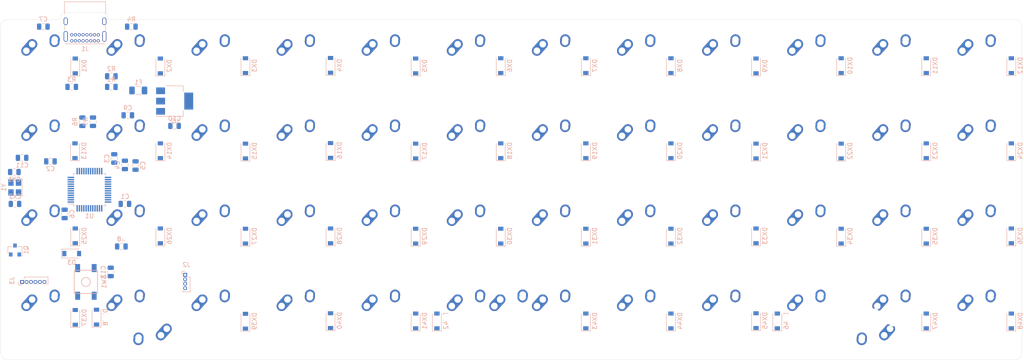
<source format=kicad_pcb>
(kicad_pcb (version 20171130) (host pcbnew "(5.1.5)-3")
  (layers (0 F.Cu signal) (31 B.Cu signal) (34 B.Paste user) (35 F.Paste user) (36 B.SilkS user) (37 F.SilkS user) (38 B.Mask user) (39 F.Mask user) (44 Edge.Cuts user))
  (net 0 "")
  (net 1 3.3V)
  (net 2 +5V)
  (net 3 "Net-(C7-Pad1)")
  (net 4 5V)
  (net 5 NRST)
  (net 6 BOOT0)
  (net 7 VBUS)
  (net 8 XTAL2)
  (net 9 XTAL1)
  (net 10 "Net-(D3-Pad2)")
  (net 11 "Net-(DX1-Pad2)")
  (net 12 ROW0)
  (net 13 "Net-(DX2-Pad2)")
  (net 14 "Net-(DX3-Pad2)")
  (net 15 "Net-(DX4-Pad2)")
  (net 16 "Net-(DX5-Pad2)")
  (net 17 "Net-(DX6-Pad2)")
  (net 18 "Net-(DX7-Pad2)")
  (net 19 "Net-(DX8-Pad2)")
  (net 20 "Net-(DX9-Pad2)")
  (net 21 "Net-(DX10-Pad2)")
  (net 22 "Net-(DX11-Pad2)")
  (net 23 "Net-(DX12-Pad2)")
  (net 24 "Net-(DX13-Pad2)")
  (net 25 ROW1)
  (net 26 "Net-(DX14-Pad2)")
  (net 27 "Net-(DX15-Pad2)")
  (net 28 "Net-(DX16-Pad2)")
  (net 29 "Net-(DX17-Pad2)")
  (net 30 "Net-(DX18-Pad2)")
  (net 31 "Net-(DX19-Pad2)")
  (net 32 "Net-(DX20-Pad2)")
  (net 33 "Net-(DX21-Pad2)")
  (net 34 "Net-(DX22-Pad2)")
  (net 35 "Net-(DX23-Pad2)")
  (net 36 "Net-(DX24-Pad2)")
  (net 37 "Net-(DX25-Pad2)")
  (net 38 ROW2)
  (net 39 "Net-(DX26-Pad2)")
  (net 40 "Net-(DX27-Pad2)")
  (net 41 "Net-(DX28-Pad2)")
  (net 42 "Net-(DX29-Pad2)")
  (net 43 "Net-(DX30-Pad2)")
  (net 44 "Net-(DX31-Pad2)")
  (net 45 "Net-(DX32-Pad2)")
  (net 46 "Net-(DX33-Pad2)")
  (net 47 "Net-(DX34-Pad2)")
  (net 48 "Net-(DX35-Pad2)")
  (net 49 "Net-(DX36-Pad2)")
  (net 50 "Net-(DX37-Pad2)")
  (net 51 ROW3)
  (net 52 "Net-(DX38-Pad2)")
  (net 53 "Net-(DX39-Pad2)")
  (net 54 "Net-(DX40-Pad2)")
  (net 55 "Net-(DX41-Pad2)")
  (net 56 "Net-(DX42-Pad2)")
  (net 57 "Net-(DX43-Pad2)")
  (net 58 "Net-(DX44-Pad2)")
  (net 59 "Net-(DX45-Pad2)")
  (net 60 "Net-(DX46-Pad2)")
  (net 61 "Net-(DX47-Pad2)")
  (net 62 "Net-(DX48-Pad2)")
  (net 63 D+Bus)
  (net 64 "Net-(J1-PadB5)")
  (net 65 "Net-(J1-PadB8)")
  (net 66 D-Bus)
  (net 67 "Net-(J1-PadA8)")
  (net 68 "Net-(J1-PadA5)")
  (net 69 SCL)
  (net 70 SDA)
  (net 71 SWCLK)
  (net 72 SWDIO)
  (net 73 COL0)
  (net 74 COL1)
  (net 75 COL2)
  (net 76 COL3)
  (net 77 COL4)
  (net 78 COL5)
  (net 79 COL6)
  (net 80 COL7)
  (net 81 COL8)
  (net 82 COL9)
  (net 83 COL10)
  (net 84 COL11)
  (net 85 D-)
  (net 86 D+)
  (net 87 "Net-(U1-Pad43)")
  (net 88 "Net-(U1-Pad42)")
  (net 89 "Net-(U1-Pad41)")
  (net 90 "Net-(U1-Pad40)")
  (net 91 "Net-(U1-Pad39)")
  (net 92 "Net-(U1-Pad21)")
  (net 93 "Net-(U1-Pad20)")
  (net 94 "Net-(U1-Pad17)")
  (net 95 "Net-(U1-Pad16)")
  (net 96 "Net-(U1-Pad15)")
  (net 97 "Net-(U1-Pad14)")
  (net 98 "Net-(U1-Pad13)")
  (net 99 "Net-(U1-Pad4)")
  (module MX_Alps_Hybrid:MX-2U-ReversedStabilizers-NoLED (layer F.Cu) (at 146.05 122.2375)
    (fp_text reference MX42B1)
    (fp_text value MX-NoLED)
    (pad "" np_thru_hole circle (at 11.938 -8.255) (size 3.9878 3.9878) (drill 3.9878) (layers *.Cu *.Mask))
    (pad "" np_thru_hole circle (at -11.938 -8.255) (size 3.9878 3.9878) (drill 3.9878) (layers *.Cu *.Mask))
    (pad "" np_thru_hole circle (at 11.938 6.985) (size 3.048 3.048) (drill 3.048) (layers *.Cu *.Mask))
    (pad "" np_thru_hole circle (at -11.938 6.985) (size 3.048 3.048) (drill 3.048) (layers *.Cu *.Mask))
    (pad "" np_thru_hole circle (at 5.08 0 48.0996) (size 1.75 1.75) (drill 1.75) (layers *.Cu *.Mask))
    (pad "" np_thru_hole circle (at -5.08 0 48.0996) (size 1.75 1.75) (drill 1.75) (layers *.Cu *.Mask))
    (pad 1 thru_hole circle (at -2.5 -4) (size 2.25 2.25) (drill 1.47) (layers *.Cu B.Mask) (net 78 COL5))
    (pad "" np_thru_hole circle (at 0 0) (size 3.9878 3.9878) (drill 3.9878) (layers *.Cu *.Mask))
    (pad 1 thru_hole oval (at -3.81 -2.54 48.0996) (size 4.211556 2.25) (drill 1.47 (offset 0.980778 0)) (layers *.Cu B.Mask) (net 78 COL5))
    (pad 2 thru_hole circle (at 2.54 -5.08) (size 2.25 2.25) (drill 1.47) (layers *.Cu B.Mask) (net 56 "Net-(DX42-Pad2)"))
    (pad 2 thru_hole oval (at 2.5 -4.5 86.0548) (size 2.831378 2.25) (drill 1.47 (offset 0.290689 0)) (layers *.Cu B.Mask) (net 56 "Net-(DX42-Pad2)"))
  )
  (module MX_Alps_Hybrid:MX-7U-ReversedStabilizers-NoLED (layer F.Cu) (at 146.05 122.2375)
    (fp_text reference MX42A1)
    (fp_text value MX-NoLED)
    (pad "" np_thru_hole circle (at 57.15 -8.255) (size 3.9878 3.9878) (drill 3.9878) (layers *.Cu *.Mask))
    (pad "" np_thru_hole circle (at -57.15 -8.255) (size 3.9878 3.9878) (drill 3.9878) (layers *.Cu *.Mask))
    (pad "" np_thru_hole circle (at 57.15 6.985) (size 3.048 3.048) (drill 3.048) (layers *.Cu *.Mask))
    (pad "" np_thru_hole circle (at -57.15 6.985) (size 3.048 3.048) (drill 3.048) (layers *.Cu *.Mask))
    (pad "" np_thru_hole circle (at 5.08 0 48.0996) (size 1.75 1.75) (drill 1.75) (layers *.Cu *.Mask))
    (pad "" np_thru_hole circle (at -5.08 0 48.0996) (size 1.75 1.75) (drill 1.75) (layers *.Cu *.Mask))
    (pad 1 thru_hole circle (at -2.5 -4) (size 2.25 2.25) (drill 1.47) (layers *.Cu B.Mask) (net 78 COL5))
    (pad "" np_thru_hole circle (at 0 0) (size 3.9878 3.9878) (drill 3.9878) (layers *.Cu *.Mask))
    (pad 1 thru_hole oval (at -3.81 -2.54 48.0996) (size 4.211556 2.25) (drill 1.47 (offset 0.980778 0)) (layers *.Cu B.Mask) (net 78 COL5))
    (pad 2 thru_hole circle (at 2.54 -5.08) (size 2.25 2.25) (drill 1.47) (layers *.Cu B.Mask) (net 56 "Net-(DX42-Pad2)"))
    (pad 2 thru_hole oval (at 2.5 -4.5 86.0548) (size 2.831378 2.25) (drill 1.47 (offset 0.290689 0)) (layers *.Cu B.Mask) (net 56 "Net-(DX42-Pad2)"))
  )
  (module MX_Alps_Hybrid:MX-1U-NoLED (layer F.Cu) (at 117.475 103.1875)
    (fp_text reference MX29)
    (fp_text value MX-NoLED)
    (pad "" np_thru_hole circle (at 5.08 0 48.0996) (size 1.75 1.75) (drill 1.75) (layers *.Cu *.Mask))
    (pad "" np_thru_hole circle (at -5.08 0 48.0996) (size 1.75 1.75) (drill 1.75) (layers *.Cu *.Mask))
    (pad 1 thru_hole circle (at -2.5 -4) (size 2.25 2.25) (drill 1.47) (layers *.Cu B.Mask) (net 77 COL4))
    (pad "" np_thru_hole circle (at 0 0) (size 3.9878 3.9878) (drill 3.9878) (layers *.Cu *.Mask))
    (pad 1 thru_hole oval (at -3.81 -2.54 48.0996) (size 4.211556 2.25) (drill 1.47 (offset 0.980778 0)) (layers *.Cu B.Mask) (net 77 COL4))
    (pad 2 thru_hole circle (at 2.54 -5.08) (size 2.25 2.25) (drill 1.47) (layers *.Cu B.Mask) (net 42 "Net-(DX29-Pad2)"))
    (pad 2 thru_hole oval (at 2.5 -4.5 86.0548) (size 2.831378 2.25) (drill 1.47 (offset 0.290689 0)) (layers *.Cu B.Mask) (net 42 "Net-(DX29-Pad2)"))
  )
  (module MX_Alps_Hybrid:MX-1U-NoLED (layer F.Cu) (at 250.825 65.0875)
    (fp_text reference MX12)
    (fp_text value MX-NoLED)
    (pad "" np_thru_hole circle (at 5.08 0 48.0996) (size 1.75 1.75) (drill 1.75) (layers *.Cu *.Mask))
    (pad "" np_thru_hole circle (at -5.08 0 48.0996) (size 1.75 1.75) (drill 1.75) (layers *.Cu *.Mask))
    (pad 1 thru_hole circle (at -2.5 -4) (size 2.25 2.25) (drill 1.47) (layers *.Cu B.Mask) (net 84 COL11))
    (pad "" np_thru_hole circle (at 0 0) (size 3.9878 3.9878) (drill 3.9878) (layers *.Cu *.Mask))
    (pad 1 thru_hole oval (at -3.81 -2.54 48.0996) (size 4.211556 2.25) (drill 1.47 (offset 0.980778 0)) (layers *.Cu B.Mask) (net 84 COL11))
    (pad 2 thru_hole circle (at 2.54 -5.08) (size 2.25 2.25) (drill 1.47) (layers *.Cu B.Mask) (net 23 "Net-(DX12-Pad2)"))
    (pad 2 thru_hole oval (at 2.5 -4.5 86.0548) (size 2.831378 2.25) (drill 1.47 (offset 0.290689 0)) (layers *.Cu B.Mask) (net 23 "Net-(DX12-Pad2)"))
  )
  (module MX_Alps_Hybrid:MX-1.5U-NoLED (layer F.Cu) (at 65.0875 122.2375 180)
    (fp_text reference MX38A1)
    (fp_text value MX-NoLED)
    (pad "" np_thru_hole circle (at 5.08 0 228.0996) (size 1.75 1.75) (drill 1.75) (layers *.Cu *.Mask))
    (pad "" np_thru_hole circle (at -5.08 0 228.0996) (size 1.75 1.75) (drill 1.75) (layers *.Cu *.Mask))
    (pad 1 thru_hole circle (at -2.5 -4 180) (size 2.25 2.25) (drill 1.47) (layers *.Cu B.Mask) (net 74 COL1))
    (pad "" np_thru_hole circle (at 0 0 180) (size 3.9878 3.9878) (drill 3.9878) (layers *.Cu *.Mask))
    (pad 1 thru_hole oval (at -3.81 -2.54 228.0996) (size 4.211556 2.25) (drill 1.47 (offset 0.980778 0)) (layers *.Cu B.Mask) (net 74 COL1))
    (pad 2 thru_hole circle (at 2.54 -5.08 180) (size 2.25 2.25) (drill 1.47) (layers *.Cu B.Mask) (net 52 "Net-(DX38-Pad2)"))
    (pad 2 thru_hole oval (at 2.5 -4.5 266.0548) (size 2.831378 2.25) (drill 1.47 (offset 0.290689 0)) (layers *.Cu B.Mask) (net 52 "Net-(DX38-Pad2)"))
  )
  (module MX_Alps_Hybrid:MX-1.5U-NoLED (layer F.Cu) (at 227.0125 122.2375 180)
    (fp_text reference MX47A1)
    (fp_text value MX-NoLED)
    (pad "" np_thru_hole circle (at 5.08 0 228.0996) (size 1.75 1.75) (drill 1.75) (layers *.Cu *.Mask))
    (pad "" np_thru_hole circle (at -5.08 0 228.0996) (size 1.75 1.75) (drill 1.75) (layers *.Cu *.Mask))
    (pad 1 thru_hole circle (at -2.5 -4 180) (size 2.25 2.25) (drill 1.47) (layers *.Cu B.Mask) (net 83 COL10))
    (pad "" np_thru_hole circle (at 0 0 180) (size 3.9878 3.9878) (drill 3.9878) (layers *.Cu *.Mask))
    (pad 1 thru_hole oval (at -3.81 -2.54 228.0996) (size 4.211556 2.25) (drill 1.47 (offset 0.980778 0)) (layers *.Cu B.Mask) (net 83 COL10))
    (pad 2 thru_hole circle (at 2.54 -5.08 180) (size 2.25 2.25) (drill 1.47) (layers *.Cu B.Mask) (net 61 "Net-(DX47-Pad2)"))
    (pad 2 thru_hole oval (at 2.5 -4.5 266.0548) (size 2.831378 2.25) (drill 1.47 (offset 0.290689 0)) (layers *.Cu B.Mask) (net 61 "Net-(DX47-Pad2)"))
  )
  (module Diode_SMD:D_SOD-123 (layer B.Cu) (at 86.51875 123.09375 90)
    (fp_text reference DX39 (at 0 2 90) (layer B.SilkS) (effects (justify mirror)))
    (fp_text value 1N4148)
    (pad 2 smd rect (at 1.65 0 90) (size 0.9 1.2) (layers B.Cu B.Paste B.Mask) (net 53 "Net-(DX39-Pad2)"))
    (pad 1 smd rect (at -1.65 0 90) (size 0.9 1.2) (layers B.Cu B.Paste B.Mask) (net 51 ROW3))
  )
  (module Crystal:Crystal_SMD_3225-4Pin_3.2x2.5mm (layer B.Cu) (at 34.86875 93.175 270)
    (fp_text reference Y1 (at 0 2.45 90) (layer B.SilkS) (effects (justify mirror)))
    (fp_text value 8MHz)
    (pad 4 smd rect (at -1.1 0.85 270) (size 1.4 1.2) (layers B.Cu B.Paste B.Mask) (net 2 +5V))
    (pad 3 smd rect (at 1.1 0.85 270) (size 1.4 1.2) (layers B.Cu B.Paste B.Mask) (net 9 XTAL1))
    (pad 2 smd rect (at 1.1 -0.85 270) (size 1.4 1.2) (layers B.Cu B.Paste B.Mask) (net 2 +5V))
    (pad 1 smd rect (at -1.1 -0.85 270) (size 1.4 1.2) (layers B.Cu B.Paste B.Mask) (net 8 XTAL2))
  )
  (module Package_TO_SOT_SMD:SOT-223-3_TabPin2 (layer B.Cu) (at 70.66875 73.81875)
    (fp_text reference U2 (at 0 4.5) (layer B.SilkS) (effects (justify mirror)))
    (fp_text value NCP1117-3.3_SOT223)
    (pad 1 smd rect (at -3.15 2.3) (size 2 1.5) (layers B.Cu B.Paste B.Mask) (net 2 +5V))
    (pad 3 smd rect (at -3.15 -2.3) (size 2 1.5) (layers B.Cu B.Paste B.Mask) (net 4 5V))
    (pad 2 smd rect (at -3.15 0) (size 2 1.5) (layers B.Cu B.Paste B.Mask) (net 1 3.3V))
    (pad 2 smd rect (at 3.15 0) (size 2 3.8) (layers B.Cu B.Paste B.Mask) (net 1 3.3V))
  )
  (module Package_QFP:LQFP-48_7x7mm_P0.5mm (layer B.Cu) (at 51.59375 93.6625)
    (fp_text reference U1 (at 0 5.85) (layer B.SilkS) (effects (justify mirror)))
    (fp_text value STM32F303C6Tx)
    (pad 48 smd roundrect (at -2.75 4.1625) (size 0.3 1.475) (layers B.Cu B.Paste B.Mask) (net 1 3.3V))
    (pad 47 smd roundrect (at -2.25 4.1625) (size 0.3 1.475) (layers B.Cu B.Paste B.Mask) (net 2 +5V))
    (pad 46 smd roundrect (at -1.75 4.1625) (size 0.3 1.475) (layers B.Cu B.Paste B.Mask) (net 71 SWCLK))
    (pad 45 smd roundrect (at -1.25 4.1625) (size 0.3 1.475) (layers B.Cu B.Paste B.Mask) (net 72 SWDIO))
    (pad 44 smd roundrect (at -0.75 4.1625) (size 0.3 1.475) (layers B.Cu B.Paste B.Mask) (net 6 BOOT0))
    (pad 43 smd roundrect (at -0.25 4.1625) (size 0.3 1.475) (layers B.Cu B.Paste B.Mask) (net 87 "Net-(U1-Pad43)"))
    (pad 42 smd roundrect (at 0.25 4.1625) (size 0.3 1.475) (layers B.Cu B.Paste B.Mask) (net 88 "Net-(U1-Pad42)"))
    (pad 41 smd roundrect (at 0.75 4.1625) (size 0.3 1.475) (layers B.Cu B.Paste B.Mask) (net 89 "Net-(U1-Pad41)"))
    (pad 40 smd roundrect (at 1.25 4.1625) (size 0.3 1.475) (layers B.Cu B.Paste B.Mask) (net 90 "Net-(U1-Pad40)"))
    (pad 39 smd roundrect (at 1.75 4.1625) (size 0.3 1.475) (layers B.Cu B.Paste B.Mask) (net 91 "Net-(U1-Pad39)"))
    (pad 38 smd roundrect (at 2.25 4.1625) (size 0.3 1.475) (layers B.Cu B.Paste B.Mask) (net 70 SDA))
    (pad 37 smd roundrect (at 2.75 4.1625) (size 0.3 1.475) (layers B.Cu B.Paste B.Mask) (net 69 SCL))
    (pad 36 smd roundrect (at 4.1625 2.75) (size 1.475 0.3) (layers B.Cu B.Paste B.Mask) (net 1 3.3V))
    (pad 35 smd roundrect (at 4.1625 2.25) (size 1.475 0.3) (layers B.Cu B.Paste B.Mask) (net 2 +5V))
    (pad 34 smd roundrect (at 4.1625 1.75) (size 1.475 0.3) (layers B.Cu B.Paste B.Mask) (net 84 COL11))
    (pad 33 smd roundrect (at 4.1625 1.25) (size 1.475 0.3) (layers B.Cu B.Paste B.Mask) (net 83 COL10))
    (pad 32 smd roundrect (at 4.1625 0.75) (size 1.475 0.3) (layers B.Cu B.Paste B.Mask) (net 82 COL9))
    (pad 31 smd roundrect (at 4.1625 0.25) (size 1.475 0.3) (layers B.Cu B.Paste B.Mask) (net 81 COL8))
    (pad 30 smd roundrect (at 4.1625 -0.25) (size 1.475 0.3) (layers B.Cu B.Paste B.Mask) (net 80 COL7))
    (pad 29 smd roundrect (at 4.1625 -0.75) (size 1.475 0.3) (layers B.Cu B.Paste B.Mask) (net 79 COL6))
    (pad 28 smd roundrect (at 4.1625 -1.25) (size 1.475 0.3) (layers B.Cu B.Paste B.Mask) (net 78 COL5))
    (pad 27 smd roundrect (at 4.1625 -1.75) (size 1.475 0.3) (layers B.Cu B.Paste B.Mask) (net 77 COL4))
    (pad 26 smd roundrect (at 4.1625 -2.25) (size 1.475 0.3) (layers B.Cu B.Paste B.Mask) (net 76 COL3))
    (pad 25 smd roundrect (at 4.1625 -2.75) (size 1.475 0.3) (layers B.Cu B.Paste B.Mask) (net 75 COL2))
    (pad 24 smd roundrect (at 2.75 -4.1625) (size 0.3 1.475) (layers B.Cu B.Paste B.Mask) (net 1 3.3V))
    (pad 23 smd roundrect (at 2.25 -4.1625) (size 0.3 1.475) (layers B.Cu B.Paste B.Mask) (net 2 +5V))
    (pad 22 smd roundrect (at 1.75 -4.1625) (size 0.3 1.475) (layers B.Cu B.Paste B.Mask) (net 74 COL1))
    (pad 21 smd roundrect (at 1.25 -4.1625) (size 0.3 1.475) (layers B.Cu B.Paste B.Mask) (net 92 "Net-(U1-Pad21)"))
    (pad 20 smd roundrect (at 0.75 -4.1625) (size 0.3 1.475) (layers B.Cu B.Paste B.Mask) (net 93 "Net-(U1-Pad20)"))
    (pad 19 smd roundrect (at 0.25 -4.1625) (size 0.3 1.475) (layers B.Cu B.Paste B.Mask) (net 85 D-))
    (pad 18 smd roundrect (at -0.25 -4.1625) (size 0.3 1.475) (layers B.Cu B.Paste B.Mask) (net 86 D+))
    (pad 17 smd roundrect (at -0.75 -4.1625) (size 0.3 1.475) (layers B.Cu B.Paste B.Mask) (net 94 "Net-(U1-Pad17)"))
    (pad 16 smd roundrect (at -1.25 -4.1625) (size 0.3 1.475) (layers B.Cu B.Paste B.Mask) (net 95 "Net-(U1-Pad16)"))
    (pad 15 smd roundrect (at -1.75 -4.1625) (size 0.3 1.475) (layers B.Cu B.Paste B.Mask) (net 96 "Net-(U1-Pad15)"))
    (pad 14 smd roundrect (at -2.25 -4.1625) (size 0.3 1.475) (layers B.Cu B.Paste B.Mask) (net 97 "Net-(U1-Pad14)"))
    (pad 13 smd roundrect (at -2.75 -4.1625) (size 0.3 1.475) (layers B.Cu B.Paste B.Mask) (net 98 "Net-(U1-Pad13)"))
    (pad 12 smd roundrect (at -4.1625 -2.75) (size 1.475 0.3) (layers B.Cu B.Paste B.Mask) (net 12 ROW0))
    (pad 11 smd roundrect (at -4.1625 -2.25) (size 1.475 0.3) (layers B.Cu B.Paste B.Mask) (net 25 ROW1))
    (pad 10 smd roundrect (at -4.1625 -1.75) (size 1.475 0.3) (layers B.Cu B.Paste B.Mask) (net 73 COL0))
    (pad 9 smd roundrect (at -4.1625 -1.25) (size 1.475 0.3) (layers B.Cu B.Paste B.Mask) (net 1 3.3V))
    (pad 8 smd roundrect (at -4.1625 -0.75) (size 1.475 0.3) (layers B.Cu B.Paste B.Mask) (net 2 +5V))
    (pad 7 smd roundrect (at -4.1625 -0.25) (size 1.475 0.3) (layers B.Cu B.Paste B.Mask) (net 5 NRST))
    (pad 6 smd roundrect (at -4.1625 0.25) (size 1.475 0.3) (layers B.Cu B.Paste B.Mask) (net 8 XTAL2))
    (pad 5 smd roundrect (at -4.1625 0.75) (size 1.475 0.3) (layers B.Cu B.Paste B.Mask) (net 9 XTAL1))
    (pad 4 smd roundrect (at -4.1625 1.25) (size 1.475 0.3) (layers B.Cu B.Paste B.Mask) (net 99 "Net-(U1-Pad4)"))
    (pad 3 smd roundrect (at -4.1625 1.75) (size 1.475 0.3) (layers B.Cu B.Paste B.Mask) (net 38 ROW2))
    (pad 2 smd roundrect (at -4.1625 2.25) (size 1.475 0.3) (layers B.Cu B.Paste B.Mask) (net 51 ROW3))
    (pad 1 smd roundrect (at -4.1625 2.75) (size 1.475 0.3) (layers B.Cu B.Paste B.Mask) (net 1 3.3V))
  )
  (module random-keyboard-parts:SKQG-1155865 (layer B.Cu) (at 50.8 114.3 270)
    (fp_text reference SW1 (at 0 -4.064 90) (layer B.SilkS) (effects (justify mirror)))
    (fp_text value SW_Push)
    (pad 4 smd rect (at -3.1 -1.85 270) (size 1.8 1.1) (layers B.Cu B.Paste B.Mask))
    (pad 3 smd rect (at 3.1 1.85 270) (size 1.8 1.1) (layers B.Cu B.Paste B.Mask))
    (pad 2 smd rect (at -3.1 1.85 270) (size 1.8 1.1) (layers B.Cu B.Paste B.Mask) (net 10 "Net-(D3-Pad2)"))
    (pad 1 smd rect (at 3.1 -1.85 270) (size 1.8 1.1) (layers B.Cu B.Paste B.Mask) (net 1 3.3V))
  )
  (module Resistor_SMD:R_0805_2012Metric (layer B.Cu) (at 58.7375 106.3625 180)
    (fp_text reference R8 (at 0 1.65) (layer B.SilkS) (effects (justify mirror)))
    (fp_text value 100k)
    (pad 2 smd roundrect (at 0.9375 0 180) (size 0.975 1.4) (layers B.Cu B.Paste B.Mask) (net 6 BOOT0))
    (pad 1 smd roundrect (at -0.9375 0 180) (size 0.975 1.4) (layers B.Cu B.Paste B.Mask) (net 2 +5V))
  )
  (module Resistor_SMD:R_0805_2012Metric (layer B.Cu) (at 52.3875 78.4375 270)
    (fp_text reference R7 (at 0 1.65 90) (layer B.SilkS) (effects (justify mirror)))
    (fp_text value 22R)
    (pad 2 smd roundrect (at 0.9375 0 270) (size 0.975 1.4) (layers B.Cu B.Paste B.Mask) (net 85 D-))
    (pad 1 smd roundrect (at -0.9375 0 270) (size 0.975 1.4) (layers B.Cu B.Paste B.Mask) (net 66 D-Bus))
  )
  (module Resistor_SMD:R_0805_2012Metric (layer B.Cu) (at 50.00625 78.4375 270)
    (fp_text reference R6 (at 0 1.65 90) (layer B.SilkS) (effects (justify mirror)))
    (fp_text value 22R)
    (pad 2 smd roundrect (at 0.9375 0 270) (size 0.975 1.4) (layers B.Cu B.Paste B.Mask) (net 86 D+))
    (pad 1 smd roundrect (at -0.9375 0 270) (size 0.975 1.4) (layers B.Cu B.Paste B.Mask) (net 63 D+Bus))
  )
  (module Resistor_SMD:R_0805_2012Metric (layer B.Cu) (at 60.975 57.15 180)
    (fp_text reference R4 (at 0 1.65) (layer B.SilkS) (effects (justify mirror)))
    (fp_text value 1M)
    (pad 2 smd roundrect (at 0.9375 0 180) (size 0.975 1.4) (layers B.Cu B.Paste B.Mask) (net 3 "Net-(C7-Pad1)"))
    (pad 1 smd roundrect (at -0.9375 0 180) (size 0.975 1.4) (layers B.Cu B.Paste B.Mask) (net 2 +5V))
  )
  (module Resistor_SMD:R_0805_2012Metric (layer B.Cu) (at 47.625 70.64375 180)
    (fp_text reference R3 (at 0 1.65) (layer B.SilkS) (effects (justify mirror)))
    (fp_text value 1.5k)
    (pad 2 smd roundrect (at 0.9375 0 180) (size 0.975 1.4) (layers B.Cu B.Paste B.Mask) (net 63 D+Bus))
    (pad 1 smd roundrect (at -0.9375 0 180) (size 0.975 1.4) (layers B.Cu B.Paste B.Mask) (net 1 3.3V))
  )
  (module Resistor_SMD:R_0805_2012Metric (layer B.Cu) (at 56.5 68.2625 180)
    (fp_text reference R2 (at 0 1.65) (layer B.SilkS) (effects (justify mirror)))
    (fp_text value 5.1k)
    (pad 2 smd roundrect (at 0.9375 0 180) (size 0.975 1.4) (layers B.Cu B.Paste B.Mask) (net 64 "Net-(J1-PadB5)"))
    (pad 1 smd roundrect (at -0.9375 0 180) (size 0.975 1.4) (layers B.Cu B.Paste B.Mask) (net 2 +5V))
  )
  (module Resistor_SMD:R_0805_2012Metric (layer B.Cu) (at 56.5 70.64375 180)
    (fp_text reference R1 (at 0 1.65) (layer B.SilkS) (effects (justify mirror)))
    (fp_text value 5.1k)
    (pad 2 smd roundrect (at 0.9375 0 180) (size 0.975 1.4) (layers B.Cu B.Paste B.Mask) (net 68 "Net-(J1-PadA5)"))
    (pad 1 smd roundrect (at -0.9375 0 180) (size 0.975 1.4) (layers B.Cu B.Paste B.Mask) (net 2 +5V))
  )
  (module Package_TO_SOT_SMD:SOT-23 (layer B.Cu) (at 34.925 107.15625 90)
    (fp_text reference Q1 (at 0 2.5 90) (layer B.SilkS) (effects (justify mirror)))
    (fp_text value DTC123J)
    (pad 3 smd rect (at 1 0 90) (size 0.9 0.8) (layers B.Cu B.Paste B.Mask) (net 5 NRST))
    (pad 2 smd rect (at -1 -0.95 90) (size 0.9 0.8) (layers B.Cu B.Paste B.Mask) (net 2 +5V))
    (pad 1 smd rect (at -1 0.95 90) (size 0.9 0.8) (layers B.Cu B.Paste B.Mask) (net 10 "Net-(D3-Pad2)"))
  )
  (module MX_Alps_Hybrid:MX-1U-NoLED (layer F.Cu) (at 250.825 122.2375)
    (fp_text reference MX48)
    (fp_text value MX-NoLED)
    (pad "" np_thru_hole circle (at 5.08 0 48.0996) (size 1.75 1.75) (drill 1.75) (layers *.Cu *.Mask))
    (pad "" np_thru_hole circle (at -5.08 0 48.0996) (size 1.75 1.75) (drill 1.75) (layers *.Cu *.Mask))
    (pad 1 thru_hole circle (at -2.5 -4) (size 2.25 2.25) (drill 1.47) (layers *.Cu B.Mask) (net 84 COL11))
    (pad "" np_thru_hole circle (at 0 0) (size 3.9878 3.9878) (drill 3.9878) (layers *.Cu *.Mask))
    (pad 1 thru_hole oval (at -3.81 -2.54 48.0996) (size 4.211556 2.25) (drill 1.47 (offset 0.980778 0)) (layers *.Cu B.Mask) (net 84 COL11))
    (pad 2 thru_hole circle (at 2.54 -5.08) (size 2.25 2.25) (drill 1.47) (layers *.Cu B.Mask) (net 62 "Net-(DX48-Pad2)"))
    (pad 2 thru_hole oval (at 2.5 -4.5 86.0548) (size 2.831378 2.25) (drill 1.47 (offset 0.290689 0)) (layers *.Cu B.Mask) (net 62 "Net-(DX48-Pad2)"))
  )
  (module MX_Alps_Hybrid:MX-1U-NoLED (layer F.Cu) (at 231.775 122.2375)
    (fp_text reference MX47)
    (fp_text value MX-NoLED)
    (pad "" np_thru_hole circle (at 5.08 0 48.0996) (size 1.75 1.75) (drill 1.75) (layers *.Cu *.Mask))
    (pad "" np_thru_hole circle (at -5.08 0 48.0996) (size 1.75 1.75) (drill 1.75) (layers *.Cu *.Mask))
    (pad 1 thru_hole circle (at -2.5 -4) (size 2.25 2.25) (drill 1.47) (layers *.Cu B.Mask) (net 83 COL10))
    (pad "" np_thru_hole circle (at 0 0) (size 3.9878 3.9878) (drill 3.9878) (layers *.Cu *.Mask))
    (pad 1 thru_hole oval (at -3.81 -2.54 48.0996) (size 4.211556 2.25) (drill 1.47 (offset 0.980778 0)) (layers *.Cu B.Mask) (net 83 COL10))
    (pad 2 thru_hole circle (at 2.54 -5.08) (size 2.25 2.25) (drill 1.47) (layers *.Cu B.Mask) (net 61 "Net-(DX47-Pad2)"))
    (pad 2 thru_hole oval (at 2.5 -4.5 86.0548) (size 2.831378 2.25) (drill 1.47 (offset 0.290689 0)) (layers *.Cu B.Mask) (net 61 "Net-(DX47-Pad2)"))
  )
  (module MX_Alps_Hybrid:MX-1U-NoLED (layer F.Cu) (at 212.725 122.2375)
    (fp_text reference MX46)
    (fp_text value MX-NoLED)
    (pad "" np_thru_hole circle (at 5.08 0 48.0996) (size 1.75 1.75) (drill 1.75) (layers *.Cu *.Mask))
    (pad "" np_thru_hole circle (at -5.08 0 48.0996) (size 1.75 1.75) (drill 1.75) (layers *.Cu *.Mask))
    (pad 1 thru_hole circle (at -2.5 -4) (size 2.25 2.25) (drill 1.47) (layers *.Cu B.Mask) (net 82 COL9))
    (pad "" np_thru_hole circle (at 0 0) (size 3.9878 3.9878) (drill 3.9878) (layers *.Cu *.Mask))
    (pad 1 thru_hole oval (at -3.81 -2.54 48.0996) (size 4.211556 2.25) (drill 1.47 (offset 0.980778 0)) (layers *.Cu B.Mask) (net 82 COL9))
    (pad 2 thru_hole circle (at 2.54 -5.08) (size 2.25 2.25) (drill 1.47) (layers *.Cu B.Mask) (net 60 "Net-(DX46-Pad2)"))
    (pad 2 thru_hole oval (at 2.5 -4.5 86.0548) (size 2.831378 2.25) (drill 1.47 (offset 0.290689 0)) (layers *.Cu B.Mask) (net 60 "Net-(DX46-Pad2)"))
  )
  (module MX_Alps_Hybrid:MX-1U-NoLED (layer F.Cu) (at 193.675 122.2375)
    (fp_text reference MX45)
    (fp_text value MX-NoLED)
    (pad "" np_thru_hole circle (at 5.08 0 48.0996) (size 1.75 1.75) (drill 1.75) (layers *.Cu *.Mask))
    (pad "" np_thru_hole circle (at -5.08 0 48.0996) (size 1.75 1.75) (drill 1.75) (layers *.Cu *.Mask))
    (pad 1 thru_hole circle (at -2.5 -4) (size 2.25 2.25) (drill 1.47) (layers *.Cu B.Mask) (net 81 COL8))
    (pad "" np_thru_hole circle (at 0 0) (size 3.9878 3.9878) (drill 3.9878) (layers *.Cu *.Mask))
    (pad 1 thru_hole oval (at -3.81 -2.54 48.0996) (size 4.211556 2.25) (drill 1.47 (offset 0.980778 0)) (layers *.Cu B.Mask) (net 81 COL8))
    (pad 2 thru_hole circle (at 2.54 -5.08) (size 2.25 2.25) (drill 1.47) (layers *.Cu B.Mask) (net 59 "Net-(DX45-Pad2)"))
    (pad 2 thru_hole oval (at 2.5 -4.5 86.0548) (size 2.831378 2.25) (drill 1.47 (offset 0.290689 0)) (layers *.Cu B.Mask) (net 59 "Net-(DX45-Pad2)"))
  )
  (module MX_Alps_Hybrid:MX-1U-NoLED (layer F.Cu) (at 174.625 122.2375)
    (fp_text reference MX44)
    (fp_text value MX-NoLED)
    (pad "" np_thru_hole circle (at 5.08 0 48.0996) (size 1.75 1.75) (drill 1.75) (layers *.Cu *.Mask))
    (pad "" np_thru_hole circle (at -5.08 0 48.0996) (size 1.75 1.75) (drill 1.75) (layers *.Cu *.Mask))
    (pad 1 thru_hole circle (at -2.5 -4) (size 2.25 2.25) (drill 1.47) (layers *.Cu B.Mask) (net 80 COL7))
    (pad "" np_thru_hole circle (at 0 0) (size 3.9878 3.9878) (drill 3.9878) (layers *.Cu *.Mask))
    (pad 1 thru_hole oval (at -3.81 -2.54 48.0996) (size 4.211556 2.25) (drill 1.47 (offset 0.980778 0)) (layers *.Cu B.Mask) (net 80 COL7))
    (pad 2 thru_hole circle (at 2.54 -5.08) (size 2.25 2.25) (drill 1.47) (layers *.Cu B.Mask) (net 58 "Net-(DX44-Pad2)"))
    (pad 2 thru_hole oval (at 2.5 -4.5 86.0548) (size 2.831378 2.25) (drill 1.47 (offset 0.290689 0)) (layers *.Cu B.Mask) (net 58 "Net-(DX44-Pad2)"))
  )
  (module MX_Alps_Hybrid:MX-1U-NoLED (layer F.Cu) (at 155.575 122.2375)
    (fp_text reference MX43)
    (fp_text value MX-NoLED)
    (pad "" np_thru_hole circle (at 5.08 0 48.0996) (size 1.75 1.75) (drill 1.75) (layers *.Cu *.Mask))
    (pad "" np_thru_hole circle (at -5.08 0 48.0996) (size 1.75 1.75) (drill 1.75) (layers *.Cu *.Mask))
    (pad 1 thru_hole circle (at -2.5 -4) (size 2.25 2.25) (drill 1.47) (layers *.Cu B.Mask) (net 79 COL6))
    (pad "" np_thru_hole circle (at 0 0) (size 3.9878 3.9878) (drill 3.9878) (layers *.Cu *.Mask))
    (pad 1 thru_hole oval (at -3.81 -2.54 48.0996) (size 4.211556 2.25) (drill 1.47 (offset 0.980778 0)) (layers *.Cu B.Mask) (net 79 COL6))
    (pad 2 thru_hole circle (at 2.54 -5.08) (size 2.25 2.25) (drill 1.47) (layers *.Cu B.Mask) (net 57 "Net-(DX43-Pad2)"))
    (pad 2 thru_hole oval (at 2.5 -4.5 86.0548) (size 2.831378 2.25) (drill 1.47 (offset 0.290689 0)) (layers *.Cu B.Mask) (net 57 "Net-(DX43-Pad2)"))
  )
  (module MX_Alps_Hybrid:MX-1U-NoLED (layer F.Cu) (at 136.525 122.2375)
    (fp_text reference MX42)
    (fp_text value MX-NoLED)
    (pad "" np_thru_hole circle (at 5.08 0 48.0996) (size 1.75 1.75) (drill 1.75) (layers *.Cu *.Mask))
    (pad "" np_thru_hole circle (at -5.08 0 48.0996) (size 1.75 1.75) (drill 1.75) (layers *.Cu *.Mask))
    (pad 1 thru_hole circle (at -2.5 -4) (size 2.25 2.25) (drill 1.47) (layers *.Cu B.Mask) (net 78 COL5))
    (pad "" np_thru_hole circle (at 0 0) (size 3.9878 3.9878) (drill 3.9878) (layers *.Cu *.Mask))
    (pad 1 thru_hole oval (at -3.81 -2.54 48.0996) (size 4.211556 2.25) (drill 1.47 (offset 0.980778 0)) (layers *.Cu B.Mask) (net 78 COL5))
    (pad 2 thru_hole circle (at 2.54 -5.08) (size 2.25 2.25) (drill 1.47) (layers *.Cu B.Mask) (net 56 "Net-(DX42-Pad2)"))
    (pad 2 thru_hole oval (at 2.5 -4.5 86.0548) (size 2.831378 2.25) (drill 1.47 (offset 0.290689 0)) (layers *.Cu B.Mask) (net 56 "Net-(DX42-Pad2)"))
  )
  (module MX_Alps_Hybrid:MX-1U-NoLED (layer F.Cu) (at 117.475 122.2375)
    (fp_text reference MX41)
    (fp_text value MX-NoLED)
    (pad "" np_thru_hole circle (at 5.08 0 48.0996) (size 1.75 1.75) (drill 1.75) (layers *.Cu *.Mask))
    (pad "" np_thru_hole circle (at -5.08 0 48.0996) (size 1.75 1.75) (drill 1.75) (layers *.Cu *.Mask))
    (pad 1 thru_hole circle (at -2.5 -4) (size 2.25 2.25) (drill 1.47) (layers *.Cu B.Mask) (net 77 COL4))
    (pad "" np_thru_hole circle (at 0 0) (size 3.9878 3.9878) (drill 3.9878) (layers *.Cu *.Mask))
    (pad 1 thru_hole oval (at -3.81 -2.54 48.0996) (size 4.211556 2.25) (drill 1.47 (offset 0.980778 0)) (layers *.Cu B.Mask) (net 77 COL4))
    (pad 2 thru_hole circle (at 2.54 -5.08) (size 2.25 2.25) (drill 1.47) (layers *.Cu B.Mask) (net 55 "Net-(DX41-Pad2)"))
    (pad 2 thru_hole oval (at 2.5 -4.5 86.0548) (size 2.831378 2.25) (drill 1.47 (offset 0.290689 0)) (layers *.Cu B.Mask) (net 55 "Net-(DX41-Pad2)"))
  )
  (module MX_Alps_Hybrid:MX-1U-NoLED (layer F.Cu) (at 98.425 122.2375)
    (fp_text reference MX40)
    (fp_text value MX-NoLED)
    (pad "" np_thru_hole circle (at 5.08 0 48.0996) (size 1.75 1.75) (drill 1.75) (layers *.Cu *.Mask))
    (pad "" np_thru_hole circle (at -5.08 0 48.0996) (size 1.75 1.75) (drill 1.75) (layers *.Cu *.Mask))
    (pad 1 thru_hole circle (at -2.5 -4) (size 2.25 2.25) (drill 1.47) (layers *.Cu B.Mask) (net 76 COL3))
    (pad "" np_thru_hole circle (at 0 0) (size 3.9878 3.9878) (drill 3.9878) (layers *.Cu *.Mask))
    (pad 1 thru_hole oval (at -3.81 -2.54 48.0996) (size 4.211556 2.25) (drill 1.47 (offset 0.980778 0)) (layers *.Cu B.Mask) (net 76 COL3))
    (pad 2 thru_hole circle (at 2.54 -5.08) (size 2.25 2.25) (drill 1.47) (layers *.Cu B.Mask) (net 54 "Net-(DX40-Pad2)"))
    (pad 2 thru_hole oval (at 2.5 -4.5 86.0548) (size 2.831378 2.25) (drill 1.47 (offset 0.290689 0)) (layers *.Cu B.Mask) (net 54 "Net-(DX40-Pad2)"))
  )
  (module MX_Alps_Hybrid:MX-1U-NoLED (layer F.Cu) (at 79.375 122.2375)
    (fp_text reference MX39)
    (fp_text value MX-NoLED)
    (pad "" np_thru_hole circle (at 5.08 0 48.0996) (size 1.75 1.75) (drill 1.75) (layers *.Cu *.Mask))
    (pad "" np_thru_hole circle (at -5.08 0 48.0996) (size 1.75 1.75) (drill 1.75) (layers *.Cu *.Mask))
    (pad 1 thru_hole circle (at -2.5 -4) (size 2.25 2.25) (drill 1.47) (layers *.Cu B.Mask) (net 75 COL2))
    (pad "" np_thru_hole circle (at 0 0) (size 3.9878 3.9878) (drill 3.9878) (layers *.Cu *.Mask))
    (pad 1 thru_hole oval (at -3.81 -2.54 48.0996) (size 4.211556 2.25) (drill 1.47 (offset 0.980778 0)) (layers *.Cu B.Mask) (net 75 COL2))
    (pad 2 thru_hole circle (at 2.54 -5.08) (size 2.25 2.25) (drill 1.47) (layers *.Cu B.Mask) (net 53 "Net-(DX39-Pad2)"))
    (pad 2 thru_hole oval (at 2.5 -4.5 86.0548) (size 2.831378 2.25) (drill 1.47 (offset 0.290689 0)) (layers *.Cu B.Mask) (net 53 "Net-(DX39-Pad2)"))
  )
  (module MX_Alps_Hybrid:MX-1U-NoLED (layer F.Cu) (at 60.325 122.2375)
    (fp_text reference MX38)
    (fp_text value MX-NoLED)
    (pad "" np_thru_hole circle (at 5.08 0 48.0996) (size 1.75 1.75) (drill 1.75) (layers *.Cu *.Mask))
    (pad "" np_thru_hole circle (at -5.08 0 48.0996) (size 1.75 1.75) (drill 1.75) (layers *.Cu *.Mask))
    (pad 1 thru_hole circle (at -2.5 -4) (size 2.25 2.25) (drill 1.47) (layers *.Cu B.Mask) (net 74 COL1))
    (pad "" np_thru_hole circle (at 0 0) (size 3.9878 3.9878) (drill 3.9878) (layers *.Cu *.Mask))
    (pad 1 thru_hole oval (at -3.81 -2.54 48.0996) (size 4.211556 2.25) (drill 1.47 (offset 0.980778 0)) (layers *.Cu B.Mask) (net 74 COL1))
    (pad 2 thru_hole circle (at 2.54 -5.08) (size 2.25 2.25) (drill 1.47) (layers *.Cu B.Mask) (net 52 "Net-(DX38-Pad2)"))
    (pad 2 thru_hole oval (at 2.5 -4.5 86.0548) (size 2.831378 2.25) (drill 1.47 (offset 0.290689 0)) (layers *.Cu B.Mask) (net 52 "Net-(DX38-Pad2)"))
  )
  (module MX_Alps_Hybrid:MX-1U-NoLED (layer F.Cu) (at 41.275 122.2375)
    (fp_text reference MX37)
    (fp_text value MX-NoLED)
    (pad "" np_thru_hole circle (at 5.08 0 48.0996) (size 1.75 1.75) (drill 1.75) (layers *.Cu *.Mask))
    (pad "" np_thru_hole circle (at -5.08 0 48.0996) (size 1.75 1.75) (drill 1.75) (layers *.Cu *.Mask))
    (pad 1 thru_hole circle (at -2.5 -4) (size 2.25 2.25) (drill 1.47) (layers *.Cu B.Mask) (net 73 COL0))
    (pad "" np_thru_hole circle (at 0 0) (size 3.9878 3.9878) (drill 3.9878) (layers *.Cu *.Mask))
    (pad 1 thru_hole oval (at -3.81 -2.54 48.0996) (size 4.211556 2.25) (drill 1.47 (offset 0.980778 0)) (layers *.Cu B.Mask) (net 73 COL0))
    (pad 2 thru_hole circle (at 2.54 -5.08) (size 2.25 2.25) (drill 1.47) (layers *.Cu B.Mask) (net 50 "Net-(DX37-Pad2)"))
    (pad 2 thru_hole oval (at 2.5 -4.5 86.0548) (size 2.831378 2.25) (drill 1.47 (offset 0.290689 0)) (layers *.Cu B.Mask) (net 50 "Net-(DX37-Pad2)"))
  )
  (module MX_Alps_Hybrid:MX-1U-NoLED (layer F.Cu) (at 250.825 103.1875)
    (fp_text reference MX36)
    (fp_text value MX-NoLED)
    (pad "" np_thru_hole circle (at 5.08 0 48.0996) (size 1.75 1.75) (drill 1.75) (layers *.Cu *.Mask))
    (pad "" np_thru_hole circle (at -5.08 0 48.0996) (size 1.75 1.75) (drill 1.75) (layers *.Cu *.Mask))
    (pad 1 thru_hole circle (at -2.5 -4) (size 2.25 2.25) (drill 1.47) (layers *.Cu B.Mask) (net 84 COL11))
    (pad "" np_thru_hole circle (at 0 0) (size 3.9878 3.9878) (drill 3.9878) (layers *.Cu *.Mask))
    (pad 1 thru_hole oval (at -3.81 -2.54 48.0996) (size 4.211556 2.25) (drill 1.47 (offset 0.980778 0)) (layers *.Cu B.Mask) (net 84 COL11))
    (pad 2 thru_hole circle (at 2.54 -5.08) (size 2.25 2.25) (drill 1.47) (layers *.Cu B.Mask) (net 49 "Net-(DX36-Pad2)"))
    (pad 2 thru_hole oval (at 2.5 -4.5 86.0548) (size 2.831378 2.25) (drill 1.47 (offset 0.290689 0)) (layers *.Cu B.Mask) (net 49 "Net-(DX36-Pad2)"))
  )
  (module MX_Alps_Hybrid:MX-1U-NoLED (layer F.Cu) (at 231.775 103.1875)
    (fp_text reference MX35)
    (fp_text value MX-NoLED)
    (pad "" np_thru_hole circle (at 5.08 0 48.0996) (size 1.75 1.75) (drill 1.75) (layers *.Cu *.Mask))
    (pad "" np_thru_hole circle (at -5.08 0 48.0996) (size 1.75 1.75) (drill 1.75) (layers *.Cu *.Mask))
    (pad 1 thru_hole circle (at -2.5 -4) (size 2.25 2.25) (drill 1.47) (layers *.Cu B.Mask) (net 83 COL10))
    (pad "" np_thru_hole circle (at 0 0) (size 3.9878 3.9878) (drill 3.9878) (layers *.Cu *.Mask))
    (pad 1 thru_hole oval (at -3.81 -2.54 48.0996) (size 4.211556 2.25) (drill 1.47 (offset 0.980778 0)) (layers *.Cu B.Mask) (net 83 COL10))
    (pad 2 thru_hole circle (at 2.54 -5.08) (size 2.25 2.25) (drill 1.47) (layers *.Cu B.Mask) (net 48 "Net-(DX35-Pad2)"))
    (pad 2 thru_hole oval (at 2.5 -4.5 86.0548) (size 2.831378 2.25) (drill 1.47 (offset 0.290689 0)) (layers *.Cu B.Mask) (net 48 "Net-(DX35-Pad2)"))
  )
  (module MX_Alps_Hybrid:MX-1U-NoLED (layer F.Cu) (at 212.725 103.1875)
    (fp_text reference MX34)
    (fp_text value MX-NoLED)
    (pad "" np_thru_hole circle (at 5.08 0 48.0996) (size 1.75 1.75) (drill 1.75) (layers *.Cu *.Mask))
    (pad "" np_thru_hole circle (at -5.08 0 48.0996) (size 1.75 1.75) (drill 1.75) (layers *.Cu *.Mask))
    (pad 1 thru_hole circle (at -2.5 -4) (size 2.25 2.25) (drill 1.47) (layers *.Cu B.Mask) (net 82 COL9))
    (pad "" np_thru_hole circle (at 0 0) (size 3.9878 3.9878) (drill 3.9878) (layers *.Cu *.Mask))
    (pad 1 thru_hole oval (at -3.81 -2.54 48.0996) (size 4.211556 2.25) (drill 1.47 (offset 0.980778 0)) (layers *.Cu B.Mask) (net 82 COL9))
    (pad 2 thru_hole circle (at 2.54 -5.08) (size 2.25 2.25) (drill 1.47) (layers *.Cu B.Mask) (net 47 "Net-(DX34-Pad2)"))
    (pad 2 thru_hole oval (at 2.5 -4.5 86.0548) (size 2.831378 2.25) (drill 1.47 (offset 0.290689 0)) (layers *.Cu B.Mask) (net 47 "Net-(DX34-Pad2)"))
  )
  (module MX_Alps_Hybrid:MX-1U-NoLED (layer F.Cu) (at 193.675 103.1875)
    (fp_text reference MX33)
    (fp_text value MX-NoLED)
    (pad "" np_thru_hole circle (at 5.08 0 48.0996) (size 1.75 1.75) (drill 1.75) (layers *.Cu *.Mask))
    (pad "" np_thru_hole circle (at -5.08 0 48.0996) (size 1.75 1.75) (drill 1.75) (layers *.Cu *.Mask))
    (pad 1 thru_hole circle (at -2.5 -4) (size 2.25 2.25) (drill 1.47) (layers *.Cu B.Mask) (net 81 COL8))
    (pad "" np_thru_hole circle (at 0 0) (size 3.9878 3.9878) (drill 3.9878) (layers *.Cu *.Mask))
    (pad 1 thru_hole oval (at -3.81 -2.54 48.0996) (size 4.211556 2.25) (drill 1.47 (offset 0.980778 0)) (layers *.Cu B.Mask) (net 81 COL8))
    (pad 2 thru_hole circle (at 2.54 -5.08) (size 2.25 2.25) (drill 1.47) (layers *.Cu B.Mask) (net 46 "Net-(DX33-Pad2)"))
    (pad 2 thru_hole oval (at 2.5 -4.5 86.0548) (size 2.831378 2.25) (drill 1.47 (offset 0.290689 0)) (layers *.Cu B.Mask) (net 46 "Net-(DX33-Pad2)"))
  )
  (module MX_Alps_Hybrid:MX-1U-NoLED (layer F.Cu) (at 174.625 103.1875)
    (fp_text reference MX32)
    (fp_text value MX-NoLED)
    (pad "" np_thru_hole circle (at 5.08 0 48.0996) (size 1.75 1.75) (drill 1.75) (layers *.Cu *.Mask))
    (pad "" np_thru_hole circle (at -5.08 0 48.0996) (size 1.75 1.75) (drill 1.75) (layers *.Cu *.Mask))
    (pad 1 thru_hole circle (at -2.5 -4) (size 2.25 2.25) (drill 1.47) (layers *.Cu B.Mask) (net 80 COL7))
    (pad "" np_thru_hole circle (at 0 0) (size 3.9878 3.9878) (drill 3.9878) (layers *.Cu *.Mask))
    (pad 1 thru_hole oval (at -3.81 -2.54 48.0996) (size 4.211556 2.25) (drill 1.47 (offset 0.980778 0)) (layers *.Cu B.Mask) (net 80 COL7))
    (pad 2 thru_hole circle (at 2.54 -5.08) (size 2.25 2.25) (drill 1.47) (layers *.Cu B.Mask) (net 45 "Net-(DX32-Pad2)"))
    (pad 2 thru_hole oval (at 2.5 -4.5 86.0548) (size 2.831378 2.25) (drill 1.47 (offset 0.290689 0)) (layers *.Cu B.Mask) (net 45 "Net-(DX32-Pad2)"))
  )
  (module MX_Alps_Hybrid:MX-1U-NoLED (layer F.Cu) (at 155.575 103.1875)
    (fp_text reference MX31)
    (fp_text value MX-NoLED)
    (pad "" np_thru_hole circle (at 5.08 0 48.0996) (size 1.75 1.75) (drill 1.75) (layers *.Cu *.Mask))
    (pad "" np_thru_hole circle (at -5.08 0 48.0996) (size 1.75 1.75) (drill 1.75) (layers *.Cu *.Mask))
    (pad 1 thru_hole circle (at -2.5 -4) (size 2.25 2.25) (drill 1.47) (layers *.Cu B.Mask) (net 79 COL6))
    (pad "" np_thru_hole circle (at 0 0) (size 3.9878 3.9878) (drill 3.9878) (layers *.Cu *.Mask))
    (pad 1 thru_hole oval (at -3.81 -2.54 48.0996) (size 4.211556 2.25) (drill 1.47 (offset 0.980778 0)) (layers *.Cu B.Mask) (net 79 COL6))
    (pad 2 thru_hole circle (at 2.54 -5.08) (size 2.25 2.25) (drill 1.47) (layers *.Cu B.Mask) (net 44 "Net-(DX31-Pad2)"))
    (pad 2 thru_hole oval (at 2.5 -4.5 86.0548) (size 2.831378 2.25) (drill 1.47 (offset 0.290689 0)) (layers *.Cu B.Mask) (net 44 "Net-(DX31-Pad2)"))
  )
  (module MX_Alps_Hybrid:MX-1U-NoLED (layer F.Cu) (at 136.525 103.1875)
    (fp_text reference MX30)
    (fp_text value MX-NoLED)
    (pad "" np_thru_hole circle (at 5.08 0 48.0996) (size 1.75 1.75) (drill 1.75) (layers *.Cu *.Mask))
    (pad "" np_thru_hole circle (at -5.08 0 48.0996) (size 1.75 1.75) (drill 1.75) (layers *.Cu *.Mask))
    (pad 1 thru_hole circle (at -2.5 -4) (size 2.25 2.25) (drill 1.47) (layers *.Cu B.Mask) (net 78 COL5))
    (pad "" np_thru_hole circle (at 0 0) (size 3.9878 3.9878) (drill 3.9878) (layers *.Cu *.Mask))
    (pad 1 thru_hole oval (at -3.81 -2.54 48.0996) (size 4.211556 2.25) (drill 1.47 (offset 0.980778 0)) (layers *.Cu B.Mask) (net 78 COL5))
    (pad 2 thru_hole circle (at 2.54 -5.08) (size 2.25 2.25) (drill 1.47) (layers *.Cu B.Mask) (net 43 "Net-(DX30-Pad2)"))
    (pad 2 thru_hole oval (at 2.5 -4.5 86.0548) (size 2.831378 2.25) (drill 1.47 (offset 0.290689 0)) (layers *.Cu B.Mask) (net 43 "Net-(DX30-Pad2)"))
  )
  (module MX_Alps_Hybrid:MX-1U-NoLED (layer F.Cu) (at 98.425 103.1875)
    (fp_text reference MX28)
    (fp_text value MX-NoLED)
    (pad "" np_thru_hole circle (at 5.08 0 48.0996) (size 1.75 1.75) (drill 1.75) (layers *.Cu *.Mask))
    (pad "" np_thru_hole circle (at -5.08 0 48.0996) (size 1.75 1.75) (drill 1.75) (layers *.Cu *.Mask))
    (pad 1 thru_hole circle (at -2.5 -4) (size 2.25 2.25) (drill 1.47) (layers *.Cu B.Mask) (net 76 COL3))
    (pad "" np_thru_hole circle (at 0 0) (size 3.9878 3.9878) (drill 3.9878) (layers *.Cu *.Mask))
    (pad 1 thru_hole oval (at -3.81 -2.54 48.0996) (size 4.211556 2.25) (drill 1.47 (offset 0.980778 0)) (layers *.Cu B.Mask) (net 76 COL3))
    (pad 2 thru_hole circle (at 2.54 -5.08) (size 2.25 2.25) (drill 1.47) (layers *.Cu B.Mask) (net 41 "Net-(DX28-Pad2)"))
    (pad 2 thru_hole oval (at 2.5 -4.5 86.0548) (size 2.831378 2.25) (drill 1.47 (offset 0.290689 0)) (layers *.Cu B.Mask) (net 41 "Net-(DX28-Pad2)"))
  )
  (module MX_Alps_Hybrid:MX-1U-NoLED (layer F.Cu) (at 79.375 103.1875)
    (fp_text reference MX27)
    (fp_text value MX-NoLED)
    (pad "" np_thru_hole circle (at 5.08 0 48.0996) (size 1.75 1.75) (drill 1.75) (layers *.Cu *.Mask))
    (pad "" np_thru_hole circle (at -5.08 0 48.0996) (size 1.75 1.75) (drill 1.75) (layers *.Cu *.Mask))
    (pad 1 thru_hole circle (at -2.5 -4) (size 2.25 2.25) (drill 1.47) (layers *.Cu B.Mask) (net 75 COL2))
    (pad "" np_thru_hole circle (at 0 0) (size 3.9878 3.9878) (drill 3.9878) (layers *.Cu *.Mask))
    (pad 1 thru_hole oval (at -3.81 -2.54 48.0996) (size 4.211556 2.25) (drill 1.47 (offset 0.980778 0)) (layers *.Cu B.Mask) (net 75 COL2))
    (pad 2 thru_hole circle (at 2.54 -5.08) (size 2.25 2.25) (drill 1.47) (layers *.Cu B.Mask) (net 40 "Net-(DX27-Pad2)"))
    (pad 2 thru_hole oval (at 2.5 -4.5 86.0548) (size 2.831378 2.25) (drill 1.47 (offset 0.290689 0)) (layers *.Cu B.Mask) (net 40 "Net-(DX27-Pad2)"))
  )
  (module MX_Alps_Hybrid:MX-1U-NoLED (layer F.Cu) (at 60.325 103.1875)
    (fp_text reference MX26)
    (fp_text value MX-NoLED)
    (pad "" np_thru_hole circle (at 5.08 0 48.0996) (size 1.75 1.75) (drill 1.75) (layers *.Cu *.Mask))
    (pad "" np_thru_hole circle (at -5.08 0 48.0996) (size 1.75 1.75) (drill 1.75) (layers *.Cu *.Mask))
    (pad 1 thru_hole circle (at -2.5 -4) (size 2.25 2.25) (drill 1.47) (layers *.Cu B.Mask) (net 74 COL1))
    (pad "" np_thru_hole circle (at 0 0) (size 3.9878 3.9878) (drill 3.9878) (layers *.Cu *.Mask))
    (pad 1 thru_hole oval (at -3.81 -2.54 48.0996) (size 4.211556 2.25) (drill 1.47 (offset 0.980778 0)) (layers *.Cu B.Mask) (net 74 COL1))
    (pad 2 thru_hole circle (at 2.54 -5.08) (size 2.25 2.25) (drill 1.47) (layers *.Cu B.Mask) (net 39 "Net-(DX26-Pad2)"))
    (pad 2 thru_hole oval (at 2.5 -4.5 86.0548) (size 2.831378 2.25) (drill 1.47 (offset 0.290689 0)) (layers *.Cu B.Mask) (net 39 "Net-(DX26-Pad2)"))
  )
  (module MX_Alps_Hybrid:MX-1U-NoLED (layer F.Cu) (at 41.275 103.1875)
    (fp_text reference MX25)
    (fp_text value MX-NoLED)
    (pad "" np_thru_hole circle (at 5.08 0 48.0996) (size 1.75 1.75) (drill 1.75) (layers *.Cu *.Mask))
    (pad "" np_thru_hole circle (at -5.08 0 48.0996) (size 1.75 1.75) (drill 1.75) (layers *.Cu *.Mask))
    (pad 1 thru_hole circle (at -2.5 -4) (size 2.25 2.25) (drill 1.47) (layers *.Cu B.Mask) (net 73 COL0))
    (pad "" np_thru_hole circle (at 0 0) (size 3.9878 3.9878) (drill 3.9878) (layers *.Cu *.Mask))
    (pad 1 thru_hole oval (at -3.81 -2.54 48.0996) (size 4.211556 2.25) (drill 1.47 (offset 0.980778 0)) (layers *.Cu B.Mask) (net 73 COL0))
    (pad 2 thru_hole circle (at 2.54 -5.08) (size 2.25 2.25) (drill 1.47) (layers *.Cu B.Mask) (net 37 "Net-(DX25-Pad2)"))
    (pad 2 thru_hole oval (at 2.5 -4.5 86.0548) (size 2.831378 2.25) (drill 1.47 (offset 0.290689 0)) (layers *.Cu B.Mask) (net 37 "Net-(DX25-Pad2)"))
  )
  (module MX_Alps_Hybrid:MX-1U-NoLED (layer F.Cu) (at 250.825 84.1375)
    (fp_text reference MX24)
    (fp_text value MX-NoLED)
    (pad "" np_thru_hole circle (at 5.08 0 48.0996) (size 1.75 1.75) (drill 1.75) (layers *.Cu *.Mask))
    (pad "" np_thru_hole circle (at -5.08 0 48.0996) (size 1.75 1.75) (drill 1.75) (layers *.Cu *.Mask))
    (pad 1 thru_hole circle (at -2.5 -4) (size 2.25 2.25) (drill 1.47) (layers *.Cu B.Mask) (net 84 COL11))
    (pad "" np_thru_hole circle (at 0 0) (size 3.9878 3.9878) (drill 3.9878) (layers *.Cu *.Mask))
    (pad 1 thru_hole oval (at -3.81 -2.54 48.0996) (size 4.211556 2.25) (drill 1.47 (offset 0.980778 0)) (layers *.Cu B.Mask) (net 84 COL11))
    (pad 2 thru_hole circle (at 2.54 -5.08) (size 2.25 2.25) (drill 1.47) (layers *.Cu B.Mask) (net 36 "Net-(DX24-Pad2)"))
    (pad 2 thru_hole oval (at 2.5 -4.5 86.0548) (size 2.831378 2.25) (drill 1.47 (offset 0.290689 0)) (layers *.Cu B.Mask) (net 36 "Net-(DX24-Pad2)"))
  )
  (module MX_Alps_Hybrid:MX-1U-NoLED (layer F.Cu) (at 231.775 84.1375)
    (fp_text reference MX23)
    (fp_text value MX-NoLED)
    (pad "" np_thru_hole circle (at 5.08 0 48.0996) (size 1.75 1.75) (drill 1.75) (layers *.Cu *.Mask))
    (pad "" np_thru_hole circle (at -5.08 0 48.0996) (size 1.75 1.75) (drill 1.75) (layers *.Cu *.Mask))
    (pad 1 thru_hole circle (at -2.5 -4) (size 2.25 2.25) (drill 1.47) (layers *.Cu B.Mask) (net 83 COL10))
    (pad "" np_thru_hole circle (at 0 0) (size 3.9878 3.9878) (drill 3.9878) (layers *.Cu *.Mask))
    (pad 1 thru_hole oval (at -3.81 -2.54 48.0996) (size 4.211556 2.25) (drill 1.47 (offset 0.980778 0)) (layers *.Cu B.Mask) (net 83 COL10))
    (pad 2 thru_hole circle (at 2.54 -5.08) (size 2.25 2.25) (drill 1.47) (layers *.Cu B.Mask) (net 35 "Net-(DX23-Pad2)"))
    (pad 2 thru_hole oval (at 2.5 -4.5 86.0548) (size 2.831378 2.25) (drill 1.47 (offset 0.290689 0)) (layers *.Cu B.Mask) (net 35 "Net-(DX23-Pad2)"))
  )
  (module MX_Alps_Hybrid:MX-1U-NoLED (layer F.Cu) (at 212.725 84.1375)
    (fp_text reference MX22)
    (fp_text value MX-NoLED)
    (pad "" np_thru_hole circle (at 5.08 0 48.0996) (size 1.75 1.75) (drill 1.75) (layers *.Cu *.Mask))
    (pad "" np_thru_hole circle (at -5.08 0 48.0996) (size 1.75 1.75) (drill 1.75) (layers *.Cu *.Mask))
    (pad 1 thru_hole circle (at -2.5 -4) (size 2.25 2.25) (drill 1.47) (layers *.Cu B.Mask) (net 82 COL9))
    (pad "" np_thru_hole circle (at 0 0) (size 3.9878 3.9878) (drill 3.9878) (layers *.Cu *.Mask))
    (pad 1 thru_hole oval (at -3.81 -2.54 48.0996) (size 4.211556 2.25) (drill 1.47 (offset 0.980778 0)) (layers *.Cu B.Mask) (net 82 COL9))
    (pad 2 thru_hole circle (at 2.54 -5.08) (size 2.25 2.25) (drill 1.47) (layers *.Cu B.Mask) (net 34 "Net-(DX22-Pad2)"))
    (pad 2 thru_hole oval (at 2.5 -4.5 86.0548) (size 2.831378 2.25) (drill 1.47 (offset 0.290689 0)) (layers *.Cu B.Mask) (net 34 "Net-(DX22-Pad2)"))
  )
  (module MX_Alps_Hybrid:MX-1U-NoLED (layer F.Cu) (at 193.675 84.1375)
    (fp_text reference MX21)
    (fp_text value MX-NoLED)
    (pad "" np_thru_hole circle (at 5.08 0 48.0996) (size 1.75 1.75) (drill 1.75) (layers *.Cu *.Mask))
    (pad "" np_thru_hole circle (at -5.08 0 48.0996) (size 1.75 1.75) (drill 1.75) (layers *.Cu *.Mask))
    (pad 1 thru_hole circle (at -2.5 -4) (size 2.25 2.25) (drill 1.47) (layers *.Cu B.Mask) (net 81 COL8))
    (pad "" np_thru_hole circle (at 0 0) (size 3.9878 3.9878) (drill 3.9878) (layers *.Cu *.Mask))
    (pad 1 thru_hole oval (at -3.81 -2.54 48.0996) (size 4.211556 2.25) (drill 1.47 (offset 0.980778 0)) (layers *.Cu B.Mask) (net 81 COL8))
    (pad 2 thru_hole circle (at 2.54 -5.08) (size 2.25 2.25) (drill 1.47) (layers *.Cu B.Mask) (net 33 "Net-(DX21-Pad2)"))
    (pad 2 thru_hole oval (at 2.5 -4.5 86.0548) (size 2.831378 2.25) (drill 1.47 (offset 0.290689 0)) (layers *.Cu B.Mask) (net 33 "Net-(DX21-Pad2)"))
  )
  (module MX_Alps_Hybrid:MX-1U-NoLED (layer F.Cu) (at 174.625 84.1375)
    (fp_text reference MX20)
    (fp_text value MX-NoLED)
    (pad "" np_thru_hole circle (at 5.08 0 48.0996) (size 1.75 1.75) (drill 1.75) (layers *.Cu *.Mask))
    (pad "" np_thru_hole circle (at -5.08 0 48.0996) (size 1.75 1.75) (drill 1.75) (layers *.Cu *.Mask))
    (pad 1 thru_hole circle (at -2.5 -4) (size 2.25 2.25) (drill 1.47) (layers *.Cu B.Mask) (net 80 COL7))
    (pad "" np_thru_hole circle (at 0 0) (size 3.9878 3.9878) (drill 3.9878) (layers *.Cu *.Mask))
    (pad 1 thru_hole oval (at -3.81 -2.54 48.0996) (size 4.211556 2.25) (drill 1.47 (offset 0.980778 0)) (layers *.Cu B.Mask) (net 80 COL7))
    (pad 2 thru_hole circle (at 2.54 -5.08) (size 2.25 2.25) (drill 1.47) (layers *.Cu B.Mask) (net 32 "Net-(DX20-Pad2)"))
    (pad 2 thru_hole oval (at 2.5 -4.5 86.0548) (size 2.831378 2.25) (drill 1.47 (offset 0.290689 0)) (layers *.Cu B.Mask) (net 32 "Net-(DX20-Pad2)"))
  )
  (module MX_Alps_Hybrid:MX-1U-NoLED (layer F.Cu) (at 155.575 84.1375)
    (fp_text reference MX19)
    (fp_text value MX-NoLED)
    (pad "" np_thru_hole circle (at 5.08 0 48.0996) (size 1.75 1.75) (drill 1.75) (layers *.Cu *.Mask))
    (pad "" np_thru_hole circle (at -5.08 0 48.0996) (size 1.75 1.75) (drill 1.75) (layers *.Cu *.Mask))
    (pad 1 thru_hole circle (at -2.5 -4) (size 2.25 2.25) (drill 1.47) (layers *.Cu B.Mask) (net 79 COL6))
    (pad "" np_thru_hole circle (at 0 0) (size 3.9878 3.9878) (drill 3.9878) (layers *.Cu *.Mask))
    (pad 1 thru_hole oval (at -3.81 -2.54 48.0996) (size 4.211556 2.25) (drill 1.47 (offset 0.980778 0)) (layers *.Cu B.Mask) (net 79 COL6))
    (pad 2 thru_hole circle (at 2.54 -5.08) (size 2.25 2.25) (drill 1.47) (layers *.Cu B.Mask) (net 31 "Net-(DX19-Pad2)"))
    (pad 2 thru_hole oval (at 2.5 -4.5 86.0548) (size 2.831378 2.25) (drill 1.47 (offset 0.290689 0)) (layers *.Cu B.Mask) (net 31 "Net-(DX19-Pad2)"))
  )
  (module MX_Alps_Hybrid:MX-1U-NoLED (layer F.Cu) (at 136.525 84.1375)
    (fp_text reference MX18)
    (fp_text value MX-NoLED)
    (pad "" np_thru_hole circle (at 5.08 0 48.0996) (size 1.75 1.75) (drill 1.75) (layers *.Cu *.Mask))
    (pad "" np_thru_hole circle (at -5.08 0 48.0996) (size 1.75 1.75) (drill 1.75) (layers *.Cu *.Mask))
    (pad 1 thru_hole circle (at -2.5 -4) (size 2.25 2.25) (drill 1.47) (layers *.Cu B.Mask) (net 78 COL5))
    (pad "" np_thru_hole circle (at 0 0) (size 3.9878 3.9878) (drill 3.9878) (layers *.Cu *.Mask))
    (pad 1 thru_hole oval (at -3.81 -2.54 48.0996) (size 4.211556 2.25) (drill 1.47 (offset 0.980778 0)) (layers *.Cu B.Mask) (net 78 COL5))
    (pad 2 thru_hole circle (at 2.54 -5.08) (size 2.25 2.25) (drill 1.47) (layers *.Cu B.Mask) (net 30 "Net-(DX18-Pad2)"))
    (pad 2 thru_hole oval (at 2.5 -4.5 86.0548) (size 2.831378 2.25) (drill 1.47 (offset 0.290689 0)) (layers *.Cu B.Mask) (net 30 "Net-(DX18-Pad2)"))
  )
  (module MX_Alps_Hybrid:MX-1U-NoLED (layer F.Cu) (at 117.475 84.1375)
    (fp_text reference MX17)
    (fp_text value MX-NoLED)
    (pad "" np_thru_hole circle (at 5.08 0 48.0996) (size 1.75 1.75) (drill 1.75) (layers *.Cu *.Mask))
    (pad "" np_thru_hole circle (at -5.08 0 48.0996) (size 1.75 1.75) (drill 1.75) (layers *.Cu *.Mask))
    (pad 1 thru_hole circle (at -2.5 -4) (size 2.25 2.25) (drill 1.47) (layers *.Cu B.Mask) (net 77 COL4))
    (pad "" np_thru_hole circle (at 0 0) (size 3.9878 3.9878) (drill 3.9878) (layers *.Cu *.Mask))
    (pad 1 thru_hole oval (at -3.81 -2.54 48.0996) (size 4.211556 2.25) (drill 1.47 (offset 0.980778 0)) (layers *.Cu B.Mask) (net 77 COL4))
    (pad 2 thru_hole circle (at 2.54 -5.08) (size 2.25 2.25) (drill 1.47) (layers *.Cu B.Mask) (net 29 "Net-(DX17-Pad2)"))
    (pad 2 thru_hole oval (at 2.5 -4.5 86.0548) (size 2.831378 2.25) (drill 1.47 (offset 0.290689 0)) (layers *.Cu B.Mask) (net 29 "Net-(DX17-Pad2)"))
  )
  (module MX_Alps_Hybrid:MX-1U-NoLED (layer F.Cu) (at 98.425 84.1375)
    (fp_text reference MX16)
    (fp_text value MX-NoLED)
    (pad "" np_thru_hole circle (at 5.08 0 48.0996) (size 1.75 1.75) (drill 1.75) (layers *.Cu *.Mask))
    (pad "" np_thru_hole circle (at -5.08 0 48.0996) (size 1.75 1.75) (drill 1.75) (layers *.Cu *.Mask))
    (pad 1 thru_hole circle (at -2.5 -4) (size 2.25 2.25) (drill 1.47) (layers *.Cu B.Mask) (net 76 COL3))
    (pad "" np_thru_hole circle (at 0 0) (size 3.9878 3.9878) (drill 3.9878) (layers *.Cu *.Mask))
    (pad 1 thru_hole oval (at -3.81 -2.54 48.0996) (size 4.211556 2.25) (drill 1.47 (offset 0.980778 0)) (layers *.Cu B.Mask) (net 76 COL3))
    (pad 2 thru_hole circle (at 2.54 -5.08) (size 2.25 2.25) (drill 1.47) (layers *.Cu B.Mask) (net 28 "Net-(DX16-Pad2)"))
    (pad 2 thru_hole oval (at 2.5 -4.5 86.0548) (size 2.831378 2.25) (drill 1.47 (offset 0.290689 0)) (layers *.Cu B.Mask) (net 28 "Net-(DX16-Pad2)"))
  )
  (module MX_Alps_Hybrid:MX-1U-NoLED (layer F.Cu) (at 79.375 84.1375)
    (fp_text reference MX15)
    (fp_text value MX-NoLED)
    (pad "" np_thru_hole circle (at 5.08 0 48.0996) (size 1.75 1.75) (drill 1.75) (layers *.Cu *.Mask))
    (pad "" np_thru_hole circle (at -5.08 0 48.0996) (size 1.75 1.75) (drill 1.75) (layers *.Cu *.Mask))
    (pad 1 thru_hole circle (at -2.5 -4) (size 2.25 2.25) (drill 1.47) (layers *.Cu B.Mask) (net 75 COL2))
    (pad "" np_thru_hole circle (at 0 0) (size 3.9878 3.9878) (drill 3.9878) (layers *.Cu *.Mask))
    (pad 1 thru_hole oval (at -3.81 -2.54 48.0996) (size 4.211556 2.25) (drill 1.47 (offset 0.980778 0)) (layers *.Cu B.Mask) (net 75 COL2))
    (pad 2 thru_hole circle (at 2.54 -5.08) (size 2.25 2.25) (drill 1.47) (layers *.Cu B.Mask) (net 27 "Net-(DX15-Pad2)"))
    (pad 2 thru_hole oval (at 2.5 -4.5 86.0548) (size 2.831378 2.25) (drill 1.47 (offset 0.290689 0)) (layers *.Cu B.Mask) (net 27 "Net-(DX15-Pad2)"))
  )
  (module MX_Alps_Hybrid:MX-1U-NoLED (layer F.Cu) (at 60.325 84.1375)
    (fp_text reference MX14)
    (fp_text value MX-NoLED)
    (pad "" np_thru_hole circle (at 5.08 0 48.0996) (size 1.75 1.75) (drill 1.75) (layers *.Cu *.Mask))
    (pad "" np_thru_hole circle (at -5.08 0 48.0996) (size 1.75 1.75) (drill 1.75) (layers *.Cu *.Mask))
    (pad 1 thru_hole circle (at -2.5 -4) (size 2.25 2.25) (drill 1.47) (layers *.Cu B.Mask) (net 74 COL1))
    (pad "" np_thru_hole circle (at 0 0) (size 3.9878 3.9878) (drill 3.9878) (layers *.Cu *.Mask))
    (pad 1 thru_hole oval (at -3.81 -2.54 48.0996) (size 4.211556 2.25) (drill 1.47 (offset 0.980778 0)) (layers *.Cu B.Mask) (net 74 COL1))
    (pad 2 thru_hole circle (at 2.54 -5.08) (size 2.25 2.25) (drill 1.47) (layers *.Cu B.Mask) (net 26 "Net-(DX14-Pad2)"))
    (pad 2 thru_hole oval (at 2.5 -4.5 86.0548) (size 2.831378 2.25) (drill 1.47 (offset 0.290689 0)) (layers *.Cu B.Mask) (net 26 "Net-(DX14-Pad2)"))
  )
  (module MX_Alps_Hybrid:MX-1U-NoLED (layer F.Cu) (at 41.275 84.1375)
    (fp_text reference MX13)
    (fp_text value MX-NoLED)
    (pad "" np_thru_hole circle (at 5.08 0 48.0996) (size 1.75 1.75) (drill 1.75) (layers *.Cu *.Mask))
    (pad "" np_thru_hole circle (at -5.08 0 48.0996) (size 1.75 1.75) (drill 1.75) (layers *.Cu *.Mask))
    (pad 1 thru_hole circle (at -2.5 -4) (size 2.25 2.25) (drill 1.47) (layers *.Cu B.Mask) (net 73 COL0))
    (pad "" np_thru_hole circle (at 0 0) (size 3.9878 3.9878) (drill 3.9878) (layers *.Cu *.Mask))
    (pad 1 thru_hole oval (at -3.81 -2.54 48.0996) (size 4.211556 2.25) (drill 1.47 (offset 0.980778 0)) (layers *.Cu B.Mask) (net 73 COL0))
    (pad 2 thru_hole circle (at 2.54 -5.08) (size 2.25 2.25) (drill 1.47) (layers *.Cu B.Mask) (net 24 "Net-(DX13-Pad2)"))
    (pad 2 thru_hole oval (at 2.5 -4.5 86.0548) (size 2.831378 2.25) (drill 1.47 (offset 0.290689 0)) (layers *.Cu B.Mask) (net 24 "Net-(DX13-Pad2)"))
  )
  (module MX_Alps_Hybrid:MX-1U-NoLED (layer F.Cu) (at 231.775 65.0875)
    (fp_text reference MX11)
    (fp_text value MX-NoLED)
    (pad "" np_thru_hole circle (at 5.08 0 48.0996) (size 1.75 1.75) (drill 1.75) (layers *.Cu *.Mask))
    (pad "" np_thru_hole circle (at -5.08 0 48.0996) (size 1.75 1.75) (drill 1.75) (layers *.Cu *.Mask))
    (pad 1 thru_hole circle (at -2.5 -4) (size 2.25 2.25) (drill 1.47) (layers *.Cu B.Mask) (net 83 COL10))
    (pad "" np_thru_hole circle (at 0 0) (size 3.9878 3.9878) (drill 3.9878) (layers *.Cu *.Mask))
    (pad 1 thru_hole oval (at -3.81 -2.54 48.0996) (size 4.211556 2.25) (drill 1.47 (offset 0.980778 0)) (layers *.Cu B.Mask) (net 83 COL10))
    (pad 2 thru_hole circle (at 2.54 -5.08) (size 2.25 2.25) (drill 1.47) (layers *.Cu B.Mask) (net 22 "Net-(DX11-Pad2)"))
    (pad 2 thru_hole oval (at 2.5 -4.5 86.0548) (size 2.831378 2.25) (drill 1.47 (offset 0.290689 0)) (layers *.Cu B.Mask) (net 22 "Net-(DX11-Pad2)"))
  )
  (module MX_Alps_Hybrid:MX-1U-NoLED (layer F.Cu) (at 212.725 65.0875)
    (fp_text reference MX10)
    (fp_text value MX-NoLED)
    (pad "" np_thru_hole circle (at 5.08 0 48.0996) (size 1.75 1.75) (drill 1.75) (layers *.Cu *.Mask))
    (pad "" np_thru_hole circle (at -5.08 0 48.0996) (size 1.75 1.75) (drill 1.75) (layers *.Cu *.Mask))
    (pad 1 thru_hole circle (at -2.5 -4) (size 2.25 2.25) (drill 1.47) (layers *.Cu B.Mask) (net 82 COL9))
    (pad "" np_thru_hole circle (at 0 0) (size 3.9878 3.9878) (drill 3.9878) (layers *.Cu *.Mask))
    (pad 1 thru_hole oval (at -3.81 -2.54 48.0996) (size 4.211556 2.25) (drill 1.47 (offset 0.980778 0)) (layers *.Cu B.Mask) (net 82 COL9))
    (pad 2 thru_hole circle (at 2.54 -5.08) (size 2.25 2.25) (drill 1.47) (layers *.Cu B.Mask) (net 21 "Net-(DX10-Pad2)"))
    (pad 2 thru_hole oval (at 2.5 -4.5 86.0548) (size 2.831378 2.25) (drill 1.47 (offset 0.290689 0)) (layers *.Cu B.Mask) (net 21 "Net-(DX10-Pad2)"))
  )
  (module MX_Alps_Hybrid:MX-1U-NoLED (layer F.Cu) (at 193.675 65.0875)
    (fp_text reference MX9)
    (fp_text value MX-NoLED)
    (pad "" np_thru_hole circle (at 5.08 0 48.0996) (size 1.75 1.75) (drill 1.75) (layers *.Cu *.Mask))
    (pad "" np_thru_hole circle (at -5.08 0 48.0996) (size 1.75 1.75) (drill 1.75) (layers *.Cu *.Mask))
    (pad 1 thru_hole circle (at -2.5 -4) (size 2.25 2.25) (drill 1.47) (layers *.Cu B.Mask) (net 81 COL8))
    (pad "" np_thru_hole circle (at 0 0) (size 3.9878 3.9878) (drill 3.9878) (layers *.Cu *.Mask))
    (pad 1 thru_hole oval (at -3.81 -2.54 48.0996) (size 4.211556 2.25) (drill 1.47 (offset 0.980778 0)) (layers *.Cu B.Mask) (net 81 COL8))
    (pad 2 thru_hole circle (at 2.54 -5.08) (size 2.25 2.25) (drill 1.47) (layers *.Cu B.Mask) (net 20 "Net-(DX9-Pad2)"))
    (pad 2 thru_hole oval (at 2.5 -4.5 86.0548) (size 2.831378 2.25) (drill 1.47 (offset 0.290689 0)) (layers *.Cu B.Mask) (net 20 "Net-(DX9-Pad2)"))
  )
  (module MX_Alps_Hybrid:MX-1U-NoLED (layer F.Cu) (at 174.625 65.0875)
    (fp_text reference MX8)
    (fp_text value MX-NoLED)
    (pad "" np_thru_hole circle (at 5.08 0 48.0996) (size 1.75 1.75) (drill 1.75) (layers *.Cu *.Mask))
    (pad "" np_thru_hole circle (at -5.08 0 48.0996) (size 1.75 1.75) (drill 1.75) (layers *.Cu *.Mask))
    (pad 1 thru_hole circle (at -2.5 -4) (size 2.25 2.25) (drill 1.47) (layers *.Cu B.Mask) (net 80 COL7))
    (pad "" np_thru_hole circle (at 0 0) (size 3.9878 3.9878) (drill 3.9878) (layers *.Cu *.Mask))
    (pad 1 thru_hole oval (at -3.81 -2.54 48.0996) (size 4.211556 2.25) (drill 1.47 (offset 0.980778 0)) (layers *.Cu B.Mask) (net 80 COL7))
    (pad 2 thru_hole circle (at 2.54 -5.08) (size 2.25 2.25) (drill 1.47) (layers *.Cu B.Mask) (net 19 "Net-(DX8-Pad2)"))
    (pad 2 thru_hole oval (at 2.5 -4.5 86.0548) (size 2.831378 2.25) (drill 1.47 (offset 0.290689 0)) (layers *.Cu B.Mask) (net 19 "Net-(DX8-Pad2)"))
  )
  (module MX_Alps_Hybrid:MX-1U-NoLED (layer F.Cu) (at 155.575 65.0875)
    (fp_text reference MX7)
    (fp_text value MX-NoLED)
    (pad "" np_thru_hole circle (at 5.08 0 48.0996) (size 1.75 1.75) (drill 1.75) (layers *.Cu *.Mask))
    (pad "" np_thru_hole circle (at -5.08 0 48.0996) (size 1.75 1.75) (drill 1.75) (layers *.Cu *.Mask))
    (pad 1 thru_hole circle (at -2.5 -4) (size 2.25 2.25) (drill 1.47) (layers *.Cu B.Mask) (net 79 COL6))
    (pad "" np_thru_hole circle (at 0 0) (size 3.9878 3.9878) (drill 3.9878) (layers *.Cu *.Mask))
    (pad 1 thru_hole oval (at -3.81 -2.54 48.0996) (size 4.211556 2.25) (drill 1.47 (offset 0.980778 0)) (layers *.Cu B.Mask) (net 79 COL6))
    (pad 2 thru_hole circle (at 2.54 -5.08) (size 2.25 2.25) (drill 1.47) (layers *.Cu B.Mask) (net 18 "Net-(DX7-Pad2)"))
    (pad 2 thru_hole oval (at 2.5 -4.5 86.0548) (size 2.831378 2.25) (drill 1.47 (offset 0.290689 0)) (layers *.Cu B.Mask) (net 18 "Net-(DX7-Pad2)"))
  )
  (module MX_Alps_Hybrid:MX-1U-NoLED (layer F.Cu) (at 136.525 65.0875)
    (fp_text reference MX6)
    (fp_text value MX-NoLED)
    (pad "" np_thru_hole circle (at 5.08 0 48.0996) (size 1.75 1.75) (drill 1.75) (layers *.Cu *.Mask))
    (pad "" np_thru_hole circle (at -5.08 0 48.0996) (size 1.75 1.75) (drill 1.75) (layers *.Cu *.Mask))
    (pad 1 thru_hole circle (at -2.5 -4) (size 2.25 2.25) (drill 1.47) (layers *.Cu B.Mask) (net 78 COL5))
    (pad "" np_thru_hole circle (at 0 0) (size 3.9878 3.9878) (drill 3.9878) (layers *.Cu *.Mask))
    (pad 1 thru_hole oval (at -3.81 -2.54 48.0996) (size 4.211556 2.25) (drill 1.47 (offset 0.980778 0)) (layers *.Cu B.Mask) (net 78 COL5))
    (pad 2 thru_hole circle (at 2.54 -5.08) (size 2.25 2.25) (drill 1.47) (layers *.Cu B.Mask) (net 17 "Net-(DX6-Pad2)"))
    (pad 2 thru_hole oval (at 2.5 -4.5 86.0548) (size 2.831378 2.25) (drill 1.47 (offset 0.290689 0)) (layers *.Cu B.Mask) (net 17 "Net-(DX6-Pad2)"))
  )
  (module MX_Alps_Hybrid:MX-1U-NoLED (layer F.Cu) (at 117.475 65.0875)
    (fp_text reference MX5)
    (fp_text value MX-NoLED)
    (pad "" np_thru_hole circle (at 5.08 0 48.0996) (size 1.75 1.75) (drill 1.75) (layers *.Cu *.Mask))
    (pad "" np_thru_hole circle (at -5.08 0 48.0996) (size 1.75 1.75) (drill 1.75) (layers *.Cu *.Mask))
    (pad 1 thru_hole circle (at -2.5 -4) (size 2.25 2.25) (drill 1.47) (layers *.Cu B.Mask) (net 77 COL4))
    (pad "" np_thru_hole circle (at 0 0) (size 3.9878 3.9878) (drill 3.9878) (layers *.Cu *.Mask))
    (pad 1 thru_hole oval (at -3.81 -2.54 48.0996) (size 4.211556 2.25) (drill 1.47 (offset 0.980778 0)) (layers *.Cu B.Mask) (net 77 COL4))
    (pad 2 thru_hole circle (at 2.54 -5.08) (size 2.25 2.25) (drill 1.47) (layers *.Cu B.Mask) (net 16 "Net-(DX5-Pad2)"))
    (pad 2 thru_hole oval (at 2.5 -4.5 86.0548) (size 2.831378 2.25) (drill 1.47 (offset 0.290689 0)) (layers *.Cu B.Mask) (net 16 "Net-(DX5-Pad2)"))
  )
  (module MX_Alps_Hybrid:MX-1U-NoLED (layer F.Cu) (at 98.425 65.0875)
    (fp_text reference MX4)
    (fp_text value MX-NoLED)
    (pad "" np_thru_hole circle (at 5.08 0 48.0996) (size 1.75 1.75) (drill 1.75) (layers *.Cu *.Mask))
    (pad "" np_thru_hole circle (at -5.08 0 48.0996) (size 1.75 1.75) (drill 1.75) (layers *.Cu *.Mask))
    (pad 1 thru_hole circle (at -2.5 -4) (size 2.25 2.25) (drill 1.47) (layers *.Cu B.Mask) (net 76 COL3))
    (pad "" np_thru_hole circle (at 0 0) (size 3.9878 3.9878) (drill 3.9878) (layers *.Cu *.Mask))
    (pad 1 thru_hole oval (at -3.81 -2.54 48.0996) (size 4.211556 2.25) (drill 1.47 (offset 0.980778 0)) (layers *.Cu B.Mask) (net 76 COL3))
    (pad 2 thru_hole circle (at 2.54 -5.08) (size 2.25 2.25) (drill 1.47) (layers *.Cu B.Mask) (net 15 "Net-(DX4-Pad2)"))
    (pad 2 thru_hole oval (at 2.5 -4.5 86.0548) (size 2.831378 2.25) (drill 1.47 (offset 0.290689 0)) (layers *.Cu B.Mask) (net 15 "Net-(DX4-Pad2)"))
  )
  (module MX_Alps_Hybrid:MX-1U-NoLED (layer F.Cu) (at 79.375 65.0875)
    (fp_text reference MX3)
    (fp_text value MX-NoLED)
    (pad "" np_thru_hole circle (at 5.08 0 48.0996) (size 1.75 1.75) (drill 1.75) (layers *.Cu *.Mask))
    (pad "" np_thru_hole circle (at -5.08 0 48.0996) (size 1.75 1.75) (drill 1.75) (layers *.Cu *.Mask))
    (pad 1 thru_hole circle (at -2.5 -4) (size 2.25 2.25) (drill 1.47) (layers *.Cu B.Mask) (net 75 COL2))
    (pad "" np_thru_hole circle (at 0 0) (size 3.9878 3.9878) (drill 3.9878) (layers *.Cu *.Mask))
    (pad 1 thru_hole oval (at -3.81 -2.54 48.0996) (size 4.211556 2.25) (drill 1.47 (offset 0.980778 0)) (layers *.Cu B.Mask) (net 75 COL2))
    (pad 2 thru_hole circle (at 2.54 -5.08) (size 2.25 2.25) (drill 1.47) (layers *.Cu B.Mask) (net 14 "Net-(DX3-Pad2)"))
    (pad 2 thru_hole oval (at 2.5 -4.5 86.0548) (size 2.831378 2.25) (drill 1.47 (offset 0.290689 0)) (layers *.Cu B.Mask) (net 14 "Net-(DX3-Pad2)"))
  )
  (module MX_Alps_Hybrid:MX-1U-NoLED (layer F.Cu) (at 60.325 65.0875)
    (fp_text reference MX2)
    (fp_text value MX-NoLED)
    (pad "" np_thru_hole circle (at 5.08 0 48.0996) (size 1.75 1.75) (drill 1.75) (layers *.Cu *.Mask))
    (pad "" np_thru_hole circle (at -5.08 0 48.0996) (size 1.75 1.75) (drill 1.75) (layers *.Cu *.Mask))
    (pad 1 thru_hole circle (at -2.5 -4) (size 2.25 2.25) (drill 1.47) (layers *.Cu B.Mask) (net 74 COL1))
    (pad "" np_thru_hole circle (at 0 0) (size 3.9878 3.9878) (drill 3.9878) (layers *.Cu *.Mask))
    (pad 1 thru_hole oval (at -3.81 -2.54 48.0996) (size 4.211556 2.25) (drill 1.47 (offset 0.980778 0)) (layers *.Cu B.Mask) (net 74 COL1))
    (pad 2 thru_hole circle (at 2.54 -5.08) (size 2.25 2.25) (drill 1.47) (layers *.Cu B.Mask) (net 13 "Net-(DX2-Pad2)"))
    (pad 2 thru_hole oval (at 2.5 -4.5 86.0548) (size 2.831378 2.25) (drill 1.47 (offset 0.290689 0)) (layers *.Cu B.Mask) (net 13 "Net-(DX2-Pad2)"))
  )
  (module MX_Alps_Hybrid:MX-1U-NoLED (layer F.Cu) (at 41.275 65.0875)
    (fp_text reference MX1)
    (fp_text value MX-NoLED)
    (pad "" np_thru_hole circle (at 5.08 0 48.0996) (size 1.75 1.75) (drill 1.75) (layers *.Cu *.Mask))
    (pad "" np_thru_hole circle (at -5.08 0 48.0996) (size 1.75 1.75) (drill 1.75) (layers *.Cu *.Mask))
    (pad 1 thru_hole circle (at -2.5 -4) (size 2.25 2.25) (drill 1.47) (layers *.Cu B.Mask) (net 73 COL0))
    (pad "" np_thru_hole circle (at 0 0) (size 3.9878 3.9878) (drill 3.9878) (layers *.Cu *.Mask))
    (pad 1 thru_hole oval (at -3.81 -2.54 48.0996) (size 4.211556 2.25) (drill 1.47 (offset 0.980778 0)) (layers *.Cu B.Mask) (net 73 COL0))
    (pad 2 thru_hole circle (at 2.54 -5.08) (size 2.25 2.25) (drill 1.47) (layers *.Cu B.Mask) (net 11 "Net-(DX1-Pad2)"))
    (pad 2 thru_hole oval (at 2.5 -4.5 86.0548) (size 2.831378 2.25) (drill 1.47 (offset 0.290689 0)) (layers *.Cu B.Mask) (net 11 "Net-(DX1-Pad2)"))
  )
  (module Connector_PinSocket_1.00mm:PinSocket_1x06_P1.00mm_Vertical (layer B.Cu) (at 36.5125 114.3 270)
    (fp_text reference J3 (at -0.29 2.25 90) (layer B.SilkS) (effects (justify mirror)))
    (fp_text value Conn_01x06_Male)
    (pad 6 thru_hole oval (at 0 -5 270) (size 0.85 0.85) (drill 0.5) (layers *.Cu *.Mask) (net 1 3.3V))
    (pad 5 thru_hole oval (at 0 -4 270) (size 0.85 0.85) (drill 0.5) (layers *.Cu *.Mask) (net 71 SWCLK))
    (pad 4 thru_hole oval (at 0 -3 270) (size 0.85 0.85) (drill 0.5) (layers *.Cu *.Mask) (net 72 SWDIO))
    (pad 3 thru_hole oval (at 0 -2 270) (size 0.85 0.85) (drill 0.5) (layers *.Cu *.Mask) (net 6 BOOT0))
    (pad 2 thru_hole oval (at 0 -1 270) (size 0.85 0.85) (drill 0.5) (layers *.Cu *.Mask) (net 5 NRST))
    (pad 1 thru_hole rect (at 0 0 270) (size 0.85 0.85) (drill 0.5) (layers *.Cu *.Mask) (net 2 +5V))
  )
  (module Connector_PinSocket_1.00mm:PinSocket_1x04_P1.00mm_Vertical (layer B.Cu) (at 73.025 112.7125 180)
    (fp_text reference J2 (at -0.29 2.25) (layer B.SilkS) (effects (justify mirror)))
    (fp_text value Conn_01x04_Male)
    (pad 4 thru_hole oval (at 0 -3 180) (size 0.85 0.85) (drill 0.5) (layers *.Cu *.Mask) (net 2 +5V))
    (pad 3 thru_hole oval (at 0 -2 180) (size 0.85 0.85) (drill 0.5) (layers *.Cu *.Mask) (net 69 SCL))
    (pad 2 thru_hole oval (at 0 -1 180) (size 0.85 0.85) (drill 0.5) (layers *.Cu *.Mask) (net 70 SDA))
    (pad 1 thru_hole rect (at 0 0 180) (size 0.85 0.85) (drill 0.5) (layers *.Cu *.Mask) (net 4 5V))
  )
  (module Connector_USB:USB_C_Receptacle_GCT_USB4085 (layer B.Cu) (at 47.625 60.325)
    (fp_text reference J1 (at 2.975 1.8) (layer B.SilkS) (effects (justify mirror)))
    (fp_text value USB_C_Receptacle_USB2.0)
    (pad S1 thru_hole oval (at 7.3 -4.36) (size 0.9 1.7) (drill oval 0.6 1.4) (layers *.Cu *.Mask) (net 3 "Net-(C7-Pad1)"))
    (pad S1 thru_hole oval (at -1.35 -4.36) (size 0.9 1.7) (drill oval 0.6 1.4) (layers *.Cu *.Mask) (net 3 "Net-(C7-Pad1)"))
    (pad S1 thru_hole oval (at 7.3 -0.98) (size 0.9 2.4) (drill oval 0.6 2.1) (layers *.Cu *.Mask) (net 3 "Net-(C7-Pad1)"))
    (pad S1 thru_hole oval (at -1.35 -0.98) (size 0.9 2.4) (drill oval 0.6 2.1) (layers *.Cu *.Mask) (net 3 "Net-(C7-Pad1)"))
    (pad B6 thru_hole circle (at 3.4 -1.35) (size 0.7 0.7) (drill 0.4) (layers *.Cu *.Mask) (net 63 D+Bus))
    (pad B1 thru_hole circle (at 5.95 -1.35) (size 0.7 0.7) (drill 0.4) (layers *.Cu *.Mask) (net 2 +5V))
    (pad B4 thru_hole circle (at 5.1 -1.35) (size 0.7 0.7) (drill 0.4) (layers *.Cu *.Mask) (net 7 VBUS))
    (pad B5 thru_hole circle (at 4.25 -1.35) (size 0.7 0.7) (drill 0.4) (layers *.Cu *.Mask) (net 64 "Net-(J1-PadB5)"))
    (pad B12 thru_hole circle (at 0 -1.35) (size 0.7 0.7) (drill 0.4) (layers *.Cu *.Mask) (net 2 +5V))
    (pad B8 thru_hole circle (at 1.7 -1.35) (size 0.7 0.7) (drill 0.4) (layers *.Cu *.Mask) (net 65 "Net-(J1-PadB8)"))
    (pad B7 thru_hole circle (at 2.55 -1.35) (size 0.7 0.7) (drill 0.4) (layers *.Cu *.Mask) (net 66 D-Bus))
    (pad B9 thru_hole circle (at 0.85 -1.35) (size 0.7 0.7) (drill 0.4) (layers *.Cu *.Mask) (net 7 VBUS))
    (pad A12 thru_hole circle (at 5.95 0) (size 0.7 0.7) (drill 0.4) (layers *.Cu *.Mask) (net 2 +5V))
    (pad A9 thru_hole circle (at 5.1 0) (size 0.7 0.7) (drill 0.4) (layers *.Cu *.Mask) (net 7 VBUS))
    (pad A8 thru_hole circle (at 4.25 0) (size 0.7 0.7) (drill 0.4) (layers *.Cu *.Mask) (net 67 "Net-(J1-PadA8)"))
    (pad A7 thru_hole circle (at 3.4 0) (size 0.7 0.7) (drill 0.4) (layers *.Cu *.Mask) (net 66 D-Bus))
    (pad A6 thru_hole circle (at 2.55 0) (size 0.7 0.7) (drill 0.4) (layers *.Cu *.Mask) (net 63 D+Bus))
    (pad A5 thru_hole circle (at 1.7 0) (size 0.7 0.7) (drill 0.4) (layers *.Cu *.Mask) (net 68 "Net-(J1-PadA5)"))
    (pad A4 thru_hole circle (at 0.85 0) (size 0.7 0.7) (drill 0.4) (layers *.Cu *.Mask) (net 7 VBUS))
    (pad A1 thru_hole circle (at 0 0) (size 0.7 0.7) (drill 0.4) (layers *.Cu *.Mask) (net 2 +5V))
  )
  (module Fuse:Fuse_1206_3216Metric (layer B.Cu) (at 62.51875 71.4375 180)
    (fp_text reference F1 (at 0 1.82) (layer B.SilkS) (effects (justify mirror)))
    (fp_text value 1A)
    (pad 2 smd roundrect (at 1.4 0 180) (size 1.25 1.75) (layers B.Cu B.Paste B.Mask) (roundrect_rratio 0.2) (net 7 VBUS))
    (pad 1 smd roundrect (at -1.4 0 180) (size 1.25 1.75) (layers B.Cu B.Paste B.Mask) (roundrect_rratio 0.2) (net 4 5V))
  )
  (module Diode_SMD:D_SOD-123 (layer B.Cu) (at 257.96875 123.03125 90)
    (fp_text reference DX48 (at 0 2 270) (layer B.SilkS) (effects (justify mirror)))
    (fp_text value 1N4148)
    (pad 2 smd rect (at 1.65 0 90) (size 0.9 1.2) (layers B.Cu B.Paste B.Mask) (net 62 "Net-(DX48-Pad2)"))
    (pad 1 smd rect (at -1.65 0 90) (size 0.9 1.2) (layers B.Cu B.Paste B.Mask) (net 51 ROW3))
  )
  (module Diode_SMD:D_SOD-123 (layer B.Cu) (at 238.91875 123.03125 90)
    (fp_text reference DX47 (at 0 2 90) (layer B.SilkS) (effects (justify mirror)))
    (fp_text value 1N4148)
    (pad 2 smd rect (at 1.65 0 90) (size 0.9 1.2) (layers B.Cu B.Paste B.Mask) (net 61 "Net-(DX47-Pad2)"))
    (pad 1 smd rect (at -1.65 0 90) (size 0.9 1.2) (layers B.Cu B.Paste B.Mask) (net 51 ROW3))
  )
  (module Diode_SMD:D_SOD-123 (layer B.Cu) (at 205.58125 123.03125 90)
    (fp_text reference DX46 (at 0 2 90) (layer B.SilkS) (effects (justify mirror)))
    (fp_text value 1N4148)
    (pad 2 smd rect (at 1.65 0 90) (size 0.9 1.2) (layers B.Cu B.Paste B.Mask) (net 60 "Net-(DX46-Pad2)"))
    (pad 1 smd rect (at -1.65 0 90) (size 0.9 1.2) (layers B.Cu B.Paste B.Mask) (net 51 ROW3))
  )
  (module Diode_SMD:D_SOD-123 (layer B.Cu) (at 200.81875 122.96875 90)
    (fp_text reference DX45 (at 0 2 90) (layer B.SilkS) (effects (justify mirror)))
    (fp_text value 1N4148)
    (pad 2 smd rect (at 1.65 0 90) (size 0.9 1.2) (layers B.Cu B.Paste B.Mask) (net 59 "Net-(DX45-Pad2)"))
    (pad 1 smd rect (at -1.65 0 90) (size 0.9 1.2) (layers B.Cu B.Paste B.Mask) (net 51 ROW3))
  )
  (module Diode_SMD:D_SOD-123 (layer B.Cu) (at 181.76875 123.03125 90)
    (fp_text reference DX44 (at 0 2 90) (layer B.SilkS) (effects (justify mirror)))
    (fp_text value 1N4148)
    (pad 2 smd rect (at 1.65 0 90) (size 0.9 1.2) (layers B.Cu B.Paste B.Mask) (net 58 "Net-(DX44-Pad2)"))
    (pad 1 smd rect (at -1.65 0 90) (size 0.9 1.2) (layers B.Cu B.Paste B.Mask) (net 51 ROW3))
  )
  (module Diode_SMD:D_SOD-123 (layer B.Cu) (at 162.71875 123.03125 90)
    (fp_text reference DX43 (at 0 2 90) (layer B.SilkS) (effects (justify mirror)))
    (fp_text value 1N4148)
    (pad 2 smd rect (at 1.65 0 90) (size 0.9 1.2) (layers B.Cu B.Paste B.Mask) (net 57 "Net-(DX43-Pad2)"))
    (pad 1 smd rect (at -1.65 0 90) (size 0.9 1.2) (layers B.Cu B.Paste B.Mask) (net 51 ROW3))
  )
  (module Diode_SMD:D_SOD-123 (layer B.Cu) (at 129.38125 123.03125 90)
    (fp_text reference DX42 (at 0 2 90) (layer B.SilkS) (effects (justify mirror)))
    (fp_text value 1N4148)
    (pad 2 smd rect (at 1.65 0 90) (size 0.9 1.2) (layers B.Cu B.Paste B.Mask) (net 56 "Net-(DX42-Pad2)"))
    (pad 1 smd rect (at -1.65 0 90) (size 0.9 1.2) (layers B.Cu B.Paste B.Mask) (net 51 ROW3))
  )
  (module Diode_SMD:D_SOD-123 (layer B.Cu) (at 124.61875 123.03125 90)
    (fp_text reference DX41 (at 0 2 90) (layer B.SilkS) (effects (justify mirror)))
    (fp_text value 1N4148)
    (pad 2 smd rect (at 1.65 0 90) (size 0.9 1.2) (layers B.Cu B.Paste B.Mask) (net 55 "Net-(DX41-Pad2)"))
    (pad 1 smd rect (at -1.65 0 90) (size 0.9 1.2) (layers B.Cu B.Paste B.Mask) (net 51 ROW3))
  )
  (module Diode_SMD:D_SOD-123 (layer B.Cu) (at 105.56875 122.96875 90)
    (fp_text reference DX40 (at 0 2 90) (layer B.SilkS) (effects (justify mirror)))
    (fp_text value 1N4148)
    (pad 2 smd rect (at 1.65 0 90) (size 0.9 1.2) (layers B.Cu B.Paste B.Mask) (net 54 "Net-(DX40-Pad2)"))
    (pad 1 smd rect (at -1.65 0 90) (size 0.9 1.2) (layers B.Cu B.Paste B.Mask) (net 51 ROW3))
  )
  (module Diode_SMD:D_SOD-123 (layer B.Cu) (at 53.18125 122.175 90)
    (fp_text reference DX38 (at 0 2 90) (layer B.SilkS) (effects (justify mirror)))
    (fp_text value 1N4148)
    (pad 2 smd rect (at 1.65 0 90) (size 0.9 1.2) (layers B.Cu B.Paste B.Mask) (net 52 "Net-(DX38-Pad2)"))
    (pad 1 smd rect (at -1.65 0 90) (size 0.9 1.2) (layers B.Cu B.Paste B.Mask) (net 51 ROW3))
  )
  (module Diode_SMD:D_SOD-123 (layer B.Cu) (at 48.41875 122.2375 90)
    (fp_text reference DX37 (at 0 2 90) (layer B.SilkS) (effects (justify mirror)))
    (fp_text value 1N4148)
    (pad 2 smd rect (at 1.65 0 90) (size 0.9 1.2) (layers B.Cu B.Paste B.Mask) (net 50 "Net-(DX37-Pad2)"))
    (pad 1 smd rect (at -1.65 0 90) (size 0.9 1.2) (layers B.Cu B.Paste B.Mask) (net 51 ROW3))
  )
  (module Diode_SMD:D_SOD-123 (layer B.Cu) (at 257.96875 103.98125 90)
    (fp_text reference DX36 (at 0 2 270) (layer B.SilkS) (effects (justify mirror)))
    (fp_text value 1N4148)
    (pad 2 smd rect (at 1.65 0 90) (size 0.9 1.2) (layers B.Cu B.Paste B.Mask) (net 49 "Net-(DX36-Pad2)"))
    (pad 1 smd rect (at -1.65 0 90) (size 0.9 1.2) (layers B.Cu B.Paste B.Mask) (net 38 ROW2))
  )
  (module Diode_SMD:D_SOD-123 (layer B.Cu) (at 238.91875 104.04375 90)
    (fp_text reference DX35 (at 0 2 90) (layer B.SilkS) (effects (justify mirror)))
    (fp_text value 1N4148)
    (pad 2 smd rect (at 1.65 0 90) (size 0.9 1.2) (layers B.Cu B.Paste B.Mask) (net 48 "Net-(DX35-Pad2)"))
    (pad 1 smd rect (at -1.65 0 90) (size 0.9 1.2) (layers B.Cu B.Paste B.Mask) (net 38 ROW2))
  )
  (module Diode_SMD:D_SOD-123 (layer B.Cu) (at 219.86875 104.04375 90)
    (fp_text reference DX34 (at 0 2 90) (layer B.SilkS) (effects (justify mirror)))
    (fp_text value 1N4148)
    (pad 2 smd rect (at 1.65 0 90) (size 0.9 1.2) (layers B.Cu B.Paste B.Mask) (net 47 "Net-(DX34-Pad2)"))
    (pad 1 smd rect (at -1.65 0 90) (size 0.9 1.2) (layers B.Cu B.Paste B.Mask) (net 38 ROW2))
  )
  (module Diode_SMD:D_SOD-123 (layer B.Cu) (at 200.81875 103.98125 90)
    (fp_text reference DX33 (at 0 2 90) (layer B.SilkS) (effects (justify mirror)))
    (fp_text value 1N4148)
    (pad 2 smd rect (at 1.65 0 90) (size 0.9 1.2) (layers B.Cu B.Paste B.Mask) (net 46 "Net-(DX33-Pad2)"))
    (pad 1 smd rect (at -1.65 0 90) (size 0.9 1.2) (layers B.Cu B.Paste B.Mask) (net 38 ROW2))
  )
  (module Diode_SMD:D_SOD-123 (layer B.Cu) (at 181.76875 104.04375 90)
    (fp_text reference DX32 (at 0 2 90) (layer B.SilkS) (effects (justify mirror)))
    (fp_text value 1N4148)
    (pad 2 smd rect (at 1.65 0 90) (size 0.9 1.2) (layers B.Cu B.Paste B.Mask) (net 45 "Net-(DX32-Pad2)"))
    (pad 1 smd rect (at -1.65 0 90) (size 0.9 1.2) (layers B.Cu B.Paste B.Mask) (net 38 ROW2))
  )
  (module Diode_SMD:D_SOD-123 (layer B.Cu) (at 162.71875 104.04375 90)
    (fp_text reference DX31 (at 0 2 90) (layer B.SilkS) (effects (justify mirror)))
    (fp_text value 1N4148)
    (pad 2 smd rect (at 1.65 0 90) (size 0.9 1.2) (layers B.Cu B.Paste B.Mask) (net 44 "Net-(DX31-Pad2)"))
    (pad 1 smd rect (at -1.65 0 90) (size 0.9 1.2) (layers B.Cu B.Paste B.Mask) (net 38 ROW2))
  )
  (module Diode_SMD:D_SOD-123 (layer B.Cu) (at 143.66875 104.04375 90)
    (fp_text reference DX30 (at 0 2 90) (layer B.SilkS) (effects (justify mirror)))
    (fp_text value 1N4148)
    (pad 2 smd rect (at 1.65 0 90) (size 0.9 1.2) (layers B.Cu B.Paste B.Mask) (net 43 "Net-(DX30-Pad2)"))
    (pad 1 smd rect (at -1.65 0 90) (size 0.9 1.2) (layers B.Cu B.Paste B.Mask) (net 38 ROW2))
  )
  (module Diode_SMD:D_SOD-123 (layer B.Cu) (at 124.61875 104.04375 90)
    (fp_text reference DX29 (at 0 2 90) (layer B.SilkS) (effects (justify mirror)))
    (fp_text value 1N4148)
    (pad 2 smd rect (at 1.65 0 90) (size 0.9 1.2) (layers B.Cu B.Paste B.Mask) (net 42 "Net-(DX29-Pad2)"))
    (pad 1 smd rect (at -1.65 0 90) (size 0.9 1.2) (layers B.Cu B.Paste B.Mask) (net 38 ROW2))
  )
  (module Diode_SMD:D_SOD-123 (layer B.Cu) (at 105.56875 103.98125 90)
    (fp_text reference DX28 (at 0 2 90) (layer B.SilkS) (effects (justify mirror)))
    (fp_text value 1N4148)
    (pad 2 smd rect (at 1.65 0 90) (size 0.9 1.2) (layers B.Cu B.Paste B.Mask) (net 41 "Net-(DX28-Pad2)"))
    (pad 1 smd rect (at -1.65 0 90) (size 0.9 1.2) (layers B.Cu B.Paste B.Mask) (net 38 ROW2))
  )
  (module Diode_SMD:D_SOD-123 (layer B.Cu) (at 86.51875 104.04375 90)
    (fp_text reference DX27 (at 0 2 90) (layer B.SilkS) (effects (justify mirror)))
    (fp_text value 1N4148)
    (pad 2 smd rect (at 1.65 0 90) (size 0.9 1.2) (layers B.Cu B.Paste B.Mask) (net 40 "Net-(DX27-Pad2)"))
    (pad 1 smd rect (at -1.65 0 90) (size 0.9 1.2) (layers B.Cu B.Paste B.Mask) (net 38 ROW2))
  )
  (module Diode_SMD:D_SOD-123 (layer B.Cu) (at 67.46875 103.98125 90)
    (fp_text reference DX26 (at 0 2 90) (layer B.SilkS) (effects (justify mirror)))
    (fp_text value 1N4148)
    (pad 2 smd rect (at 1.65 0 90) (size 0.9 1.2) (layers B.Cu B.Paste B.Mask) (net 39 "Net-(DX26-Pad2)"))
    (pad 1 smd rect (at -1.65 0 90) (size 0.9 1.2) (layers B.Cu B.Paste B.Mask) (net 38 ROW2))
  )
  (module Diode_SMD:D_SOD-123 (layer B.Cu) (at 48.41875 103.98125 90)
    (fp_text reference DX25 (at 0 2 90) (layer B.SilkS) (effects (justify mirror)))
    (fp_text value 1N4148)
    (pad 2 smd rect (at 1.65 0 90) (size 0.9 1.2) (layers B.Cu B.Paste B.Mask) (net 37 "Net-(DX25-Pad2)"))
    (pad 1 smd rect (at -1.65 0 90) (size 0.9 1.2) (layers B.Cu B.Paste B.Mask) (net 38 ROW2))
  )
  (module Diode_SMD:D_SOD-123 (layer B.Cu) (at 257.96875 84.93125 90)
    (fp_text reference DX24 (at 0 2 90) (layer B.SilkS) (effects (justify mirror)))
    (fp_text value 1N4148)
    (pad 2 smd rect (at 1.65 0 90) (size 0.9 1.2) (layers B.Cu B.Paste B.Mask) (net 36 "Net-(DX24-Pad2)"))
    (pad 1 smd rect (at -1.65 0 90) (size 0.9 1.2) (layers B.Cu B.Paste B.Mask) (net 25 ROW1))
  )
  (module Diode_SMD:D_SOD-123 (layer B.Cu) (at 238.91875 84.93125 90)
    (fp_text reference DX23 (at 0 2 90) (layer B.SilkS) (effects (justify mirror)))
    (fp_text value 1N4148)
    (pad 2 smd rect (at 1.65 0 90) (size 0.9 1.2) (layers B.Cu B.Paste B.Mask) (net 35 "Net-(DX23-Pad2)"))
    (pad 1 smd rect (at -1.65 0 90) (size 0.9 1.2) (layers B.Cu B.Paste B.Mask) (net 25 ROW1))
  )
  (module Diode_SMD:D_SOD-123 (layer B.Cu) (at 219.86875 84.99375 90)
    (fp_text reference DX22 (at 0 2 90) (layer B.SilkS) (effects (justify mirror)))
    (fp_text value 1N4148)
    (pad 2 smd rect (at 1.65 0 90) (size 0.9 1.2) (layers B.Cu B.Paste B.Mask) (net 34 "Net-(DX22-Pad2)"))
    (pad 1 smd rect (at -1.65 0 90) (size 0.9 1.2) (layers B.Cu B.Paste B.Mask) (net 25 ROW1))
  )
  (module Diode_SMD:D_SOD-123 (layer B.Cu) (at 200.81875 84.99375 90)
    (fp_text reference DX21 (at 0 2 90) (layer B.SilkS) (effects (justify mirror)))
    (fp_text value 1N4148)
    (pad 2 smd rect (at 1.65 0 90) (size 0.9 1.2) (layers B.Cu B.Paste B.Mask) (net 33 "Net-(DX21-Pad2)"))
    (pad 1 smd rect (at -1.65 0 90) (size 0.9 1.2) (layers B.Cu B.Paste B.Mask) (net 25 ROW1))
  )
  (module Diode_SMD:D_SOD-123 (layer B.Cu) (at 181.76875 84.93125 90)
    (fp_text reference DX20 (at 0 2 90) (layer B.SilkS) (effects (justify mirror)))
    (fp_text value 1N4148)
    (pad 2 smd rect (at 1.65 0 90) (size 0.9 1.2) (layers B.Cu B.Paste B.Mask) (net 32 "Net-(DX20-Pad2)"))
    (pad 1 smd rect (at -1.65 0 90) (size 0.9 1.2) (layers B.Cu B.Paste B.Mask) (net 25 ROW1))
  )
  (module Diode_SMD:D_SOD-123 (layer B.Cu) (at 162.71875 84.93125 90)
    (fp_text reference DX19 (at 0 2 90) (layer B.SilkS) (effects (justify mirror)))
    (fp_text value 1N4148)
    (pad 2 smd rect (at 1.65 0 90) (size 0.9 1.2) (layers B.Cu B.Paste B.Mask) (net 31 "Net-(DX19-Pad2)"))
    (pad 1 smd rect (at -1.65 0 90) (size 0.9 1.2) (layers B.Cu B.Paste B.Mask) (net 25 ROW1))
  )
  (module Diode_SMD:D_SOD-123 (layer B.Cu) (at 143.66875 84.93125 90)
    (fp_text reference DX18 (at 0 2 90) (layer B.SilkS) (effects (justify mirror)))
    (fp_text value 1N4148)
    (pad 2 smd rect (at 1.65 0 90) (size 0.9 1.2) (layers B.Cu B.Paste B.Mask) (net 30 "Net-(DX18-Pad2)"))
    (pad 1 smd rect (at -1.65 0 90) (size 0.9 1.2) (layers B.Cu B.Paste B.Mask) (net 25 ROW1))
  )
  (module Diode_SMD:D_SOD-123 (layer B.Cu) (at 124.61875 84.99375 90)
    (fp_text reference DX17 (at 0 2 90) (layer B.SilkS) (effects (justify mirror)))
    (fp_text value 1N4148)
    (pad 2 smd rect (at 1.65 0 90) (size 0.9 1.2) (layers B.Cu B.Paste B.Mask) (net 29 "Net-(DX17-Pad2)"))
    (pad 1 smd rect (at -1.65 0 90) (size 0.9 1.2) (layers B.Cu B.Paste B.Mask) (net 25 ROW1))
  )
  (module Diode_SMD:D_SOD-123 (layer B.Cu) (at 105.56875 84.86875 90)
    (fp_text reference DX16 (at 0 2 90) (layer B.SilkS) (effects (justify mirror)))
    (fp_text value 1N4148)
    (pad 2 smd rect (at 1.65 0 90) (size 0.9 1.2) (layers B.Cu B.Paste B.Mask) (net 28 "Net-(DX16-Pad2)"))
    (pad 1 smd rect (at -1.65 0 90) (size 0.9 1.2) (layers B.Cu B.Paste B.Mask) (net 25 ROW1))
  )
  (module Diode_SMD:D_SOD-123 (layer B.Cu) (at 86.51875 84.99375 90)
    (fp_text reference DX15 (at 0 2 270) (layer B.SilkS) (effects (justify mirror)))
    (fp_text value 1N4148)
    (pad 2 smd rect (at 1.65 0 90) (size 0.9 1.2) (layers B.Cu B.Paste B.Mask) (net 27 "Net-(DX15-Pad2)"))
    (pad 1 smd rect (at -1.65 0 90) (size 0.9 1.2) (layers B.Cu B.Paste B.Mask) (net 25 ROW1))
  )
  (module Diode_SMD:D_SOD-123 (layer B.Cu) (at 67.46875 84.93125 90)
    (fp_text reference DX14 (at 0 2 90) (layer B.SilkS) (effects (justify mirror)))
    (fp_text value 1N4148)
    (pad 2 smd rect (at 1.65 0 90) (size 0.9 1.2) (layers B.Cu B.Paste B.Mask) (net 26 "Net-(DX14-Pad2)"))
    (pad 1 smd rect (at -1.65 0 90) (size 0.9 1.2) (layers B.Cu B.Paste B.Mask) (net 25 ROW1))
  )
  (module Diode_SMD:D_SOD-123 (layer B.Cu) (at 48.35625 84.93125 90)
    (fp_text reference DX13 (at 0 2 90) (layer B.SilkS) (effects (justify mirror)))
    (fp_text value 1N4148)
    (pad 2 smd rect (at 1.65 0 90) (size 0.9 1.2) (layers B.Cu B.Paste B.Mask) (net 24 "Net-(DX13-Pad2)"))
    (pad 1 smd rect (at -1.65 0 90) (size 0.9 1.2) (layers B.Cu B.Paste B.Mask) (net 25 ROW1))
  )
  (module Diode_SMD:D_SOD-123 (layer B.Cu) (at 257.96875 65.88125 90)
    (fp_text reference DX12 (at 0 2 90) (layer B.SilkS) (effects (justify mirror)))
    (fp_text value 1N4148)
    (pad 2 smd rect (at 1.65 0 90) (size 0.9 1.2) (layers B.Cu B.Paste B.Mask) (net 23 "Net-(DX12-Pad2)"))
    (pad 1 smd rect (at -1.65 0 90) (size 0.9 1.2) (layers B.Cu B.Paste B.Mask) (net 12 ROW0))
  )
  (module Diode_SMD:D_SOD-123 (layer B.Cu) (at 238.91875 65.88125 90)
    (fp_text reference DX11 (at 0 2 90) (layer B.SilkS) (effects (justify mirror)))
    (fp_text value 1N4148)
    (pad 2 smd rect (at 1.65 0 90) (size 0.9 1.2) (layers B.Cu B.Paste B.Mask) (net 22 "Net-(DX11-Pad2)"))
    (pad 1 smd rect (at -1.65 0 90) (size 0.9 1.2) (layers B.Cu B.Paste B.Mask) (net 12 ROW0))
  )
  (module Diode_SMD:D_SOD-123 (layer B.Cu) (at 219.86875 65.88125 90)
    (fp_text reference DX10 (at 0 2 90) (layer B.SilkS) (effects (justify mirror)))
    (fp_text value 1N4148)
    (pad 2 smd rect (at 1.65 0 90) (size 0.9 1.2) (layers B.Cu B.Paste B.Mask) (net 21 "Net-(DX10-Pad2)"))
    (pad 1 smd rect (at -1.65 0 90) (size 0.9 1.2) (layers B.Cu B.Paste B.Mask) (net 12 ROW0))
  )
  (module Diode_SMD:D_SOD-123 (layer B.Cu) (at 200.81875 65.94375 90)
    (fp_text reference DX9 (at 0 2 90) (layer B.SilkS) (effects (justify mirror)))
    (fp_text value 1N4148)
    (pad 2 smd rect (at 1.65 0 90) (size 0.9 1.2) (layers B.Cu B.Paste B.Mask) (net 20 "Net-(DX9-Pad2)"))
    (pad 1 smd rect (at -1.65 0 90) (size 0.9 1.2) (layers B.Cu B.Paste B.Mask) (net 12 ROW0))
  )
  (module Diode_SMD:D_SOD-123 (layer B.Cu) (at 181.76875 65.88125 90)
    (fp_text reference DX8 (at 0 2 90) (layer B.SilkS) (effects (justify mirror)))
    (fp_text value 1N4148)
    (pad 2 smd rect (at 1.65 0 90) (size 0.9 1.2) (layers B.Cu B.Paste B.Mask) (net 19 "Net-(DX8-Pad2)"))
    (pad 1 smd rect (at -1.65 0 90) (size 0.9 1.2) (layers B.Cu B.Paste B.Mask) (net 12 ROW0))
  )
  (module Diode_SMD:D_SOD-123 (layer B.Cu) (at 162.71875 65.88125 90)
    (fp_text reference DX7 (at 0 2 90) (layer B.SilkS) (effects (justify mirror)))
    (fp_text value 1N4148)
    (pad 2 smd rect (at 1.65 0 90) (size 0.9 1.2) (layers B.Cu B.Paste B.Mask) (net 18 "Net-(DX7-Pad2)"))
    (pad 1 smd rect (at -1.65 0 90) (size 0.9 1.2) (layers B.Cu B.Paste B.Mask) (net 12 ROW0))
  )
  (module Diode_SMD:D_SOD-123 (layer B.Cu) (at 143.66875 65.88125 90)
    (fp_text reference DX6 (at 0 2 90) (layer B.SilkS) (effects (justify mirror)))
    (fp_text value 1N4148)
    (pad 2 smd rect (at 1.65 0 90) (size 0.9 1.2) (layers B.Cu B.Paste B.Mask) (net 17 "Net-(DX6-Pad2)"))
    (pad 1 smd rect (at -1.65 0 90) (size 0.9 1.2) (layers B.Cu B.Paste B.Mask) (net 12 ROW0))
  )
  (module Diode_SMD:D_SOD-123 (layer B.Cu) (at 124.61875 65.94375 90)
    (fp_text reference DX5 (at 0 2 90) (layer B.SilkS) (effects (justify mirror)))
    (fp_text value 1N4148)
    (pad 2 smd rect (at 1.65 0 90) (size 0.9 1.2) (layers B.Cu B.Paste B.Mask) (net 16 "Net-(DX5-Pad2)"))
    (pad 1 smd rect (at -1.65 0 90) (size 0.9 1.2) (layers B.Cu B.Paste B.Mask) (net 12 ROW0))
  )
  (module Diode_SMD:D_SOD-123 (layer B.Cu) (at 105.56875 65.81875 90)
    (fp_text reference DX4 (at 0 2 90) (layer B.SilkS) (effects (justify mirror)))
    (fp_text value 1N4148)
    (pad 2 smd rect (at 1.65 0 90) (size 0.9 1.2) (layers B.Cu B.Paste B.Mask) (net 15 "Net-(DX4-Pad2)"))
    (pad 1 smd rect (at -1.65 0 90) (size 0.9 1.2) (layers B.Cu B.Paste B.Mask) (net 12 ROW0))
  )
  (module Diode_SMD:D_SOD-123 (layer B.Cu) (at 86.51875 65.88125 90)
    (fp_text reference DX3 (at 0 2 90) (layer B.SilkS) (effects (justify mirror)))
    (fp_text value 1N4148)
    (pad 2 smd rect (at 1.65 0 90) (size 0.9 1.2) (layers B.Cu B.Paste B.Mask) (net 14 "Net-(DX3-Pad2)"))
    (pad 1 smd rect (at -1.65 0 90) (size 0.9 1.2) (layers B.Cu B.Paste B.Mask) (net 12 ROW0))
  )
  (module Diode_SMD:D_SOD-123 (layer B.Cu) (at 67.46875 65.94375 90)
    (fp_text reference DX2 (at 0 2 90) (layer B.SilkS) (effects (justify mirror)))
    (fp_text value 1N4148)
    (pad 2 smd rect (at 1.65 0 90) (size 0.9 1.2) (layers B.Cu B.Paste B.Mask) (net 13 "Net-(DX2-Pad2)"))
    (pad 1 smd rect (at -1.65 0 90) (size 0.9 1.2) (layers B.Cu B.Paste B.Mask) (net 12 ROW0))
  )
  (module Diode_SMD:D_SOD-123 (layer B.Cu) (at 48.41875 65.94375 90)
    (fp_text reference DX1 (at 0 2 90) (layer B.SilkS) (effects (justify mirror)))
    (fp_text value 1N4148)
    (pad 2 smd rect (at 1.65 0 90) (size 0.9 1.2) (layers B.Cu B.Paste B.Mask) (net 11 "Net-(DX1-Pad2)"))
    (pad 1 smd rect (at -1.65 0 90) (size 0.9 1.2) (layers B.Cu B.Paste B.Mask) (net 12 ROW0))
  )
  (module Diode_SMD:D_SOD-123 (layer B.Cu) (at 47.625 107.95)
    (fp_text reference D3 (at 0 2) (layer B.SilkS) (effects (justify mirror)))
    (fp_text value 1N4148)
    (pad 2 smd rect (at 1.65 0) (size 0.9 1.2) (layers B.Cu B.Paste B.Mask) (net 10 "Net-(D3-Pad2)"))
    (pad 1 smd rect (at -1.65 0) (size 0.9 1.2) (layers B.Cu B.Paste B.Mask) (net 6 BOOT0))
  )
  (module Capacitor_SMD:C_0805_2012Metric (layer B.Cu) (at 34.925 96.8375 180)
    (fp_text reference CX2 (at 0 1.65 180) (layer B.SilkS) (effects (justify mirror)))
    (fp_text value 22p)
    (pad 2 smd roundrect (at 0.9375 0 180) (size 0.975 1.4) (layers B.Cu B.Paste B.Mask) (net 9 XTAL1))
    (pad 1 smd roundrect (at -0.9375 0 180) (size 0.975 1.4) (layers B.Cu B.Paste B.Mask) (net 2 +5V))
  )
  (module Capacitor_SMD:C_0805_2012Metric (layer B.Cu) (at 34.78125 89.69375)
    (fp_text reference CX1 (at 0 1.65) (layer B.SilkS) (effects (justify mirror)))
    (fp_text value 22p)
    (pad 2 smd roundrect (at 0.9375 0) (size 0.975 1.4) (layers B.Cu B.Paste B.Mask) (net 8 XTAL2))
    (pad 1 smd roundrect (at -0.9375 0) (size 0.975 1.4) (layers B.Cu B.Paste B.Mask) (net 2 +5V))
  )
  (module Capacitor_SMD:C_0805_2012Metric (layer B.Cu) (at 56.35625 112.0625 270)
    (fp_text reference C12 (at 0 1.65 90) (layer B.SilkS) (effects (justify mirror)))
    (fp_text value 10u)
    (pad 2 smd roundrect (at 0.9375 0 270) (size 0.975 1.4) (layers B.Cu B.Paste B.Mask) (net 2 +5V))
    (pad 1 smd roundrect (at -0.9375 0 270) (size 0.975 1.4) (layers B.Cu B.Paste B.Mask) (net 6 BOOT0))
  )
  (module Capacitor_SMD:C_0805_2012Metric (layer B.Cu) (at 36.5125 86.51875)
    (fp_text reference C11 (at 0 1.65) (layer B.SilkS) (effects (justify mirror)))
    (fp_text value 4.7n)
    (pad 2 smd roundrect (at 0.9375 0) (size 0.975 1.4) (layers B.Cu B.Paste B.Mask) (net 5 NRST))
    (pad 1 smd roundrect (at -0.9375 0) (size 0.975 1.4) (layers B.Cu B.Paste B.Mask) (net 2 +5V))
  )
  (module Capacitor_SMD:C_0805_2012Metric (layer B.Cu) (at 70.64375 79.375 180)
    (fp_text reference C10 (at 0 1.65) (layer B.SilkS) (effects (justify mirror)))
    (fp_text value 10u)
    (pad 2 smd roundrect (at 0.9375 0 180) (size 0.975 1.4) (layers B.Cu B.Paste B.Mask) (net 2 +5V))
    (pad 1 smd roundrect (at -0.9375 0 180) (size 0.975 1.4) (layers B.Cu B.Paste B.Mask) (net 1 3.3V))
  )
  (module Capacitor_SMD:C_0805_2012Metric (layer B.Cu) (at 60.18125 76.99375 180)
    (fp_text reference C9 (at 0 1.65) (layer B.SilkS) (effects (justify mirror)))
    (fp_text value 10u)
    (pad 2 smd roundrect (at 0.9375 0 180) (size 0.975 1.4) (layers B.Cu B.Paste B.Mask) (net 2 +5V))
    (pad 1 smd roundrect (at -0.9375 0 180) (size 0.975 1.4) (layers B.Cu B.Paste B.Mask) (net 4 5V))
  )
  (module Capacitor_SMD:C_0805_2012Metric (layer B.Cu) (at 41.275 57.15 180)
    (fp_text reference C7 (at 0 1.65) (layer B.SilkS) (effects (justify mirror)))
    (fp_text value 4.7n)
    (pad 2 smd roundrect (at 0.9375 0 180) (size 0.975 1.4) (layers B.Cu B.Paste B.Mask) (net 2 +5V))
    (pad 1 smd roundrect (at -0.9375 0 180) (size 0.975 1.4) (layers B.Cu B.Paste B.Mask) (net 3 "Net-(C7-Pad1)"))
  )
  (module Capacitor_SMD:C_0805_2012Metric (layer B.Cu) (at 46.0375 99.075 90)
    (fp_text reference C6 (at 0 1.65 90) (layer B.SilkS) (effects (justify mirror)))
    (fp_text value 1u)
    (pad 2 smd roundrect (at 0.9375 0 90) (size 0.975 1.4) (layers B.Cu B.Paste B.Mask) (net 1 3.3V))
    (pad 1 smd roundrect (at -0.9375 0 90) (size 0.975 1.4) (layers B.Cu B.Paste B.Mask) (net 2 +5V))
  )
  (module Capacitor_SMD:C_0805_2012Metric (layer B.Cu) (at 61.9125 88.25 90)
    (fp_text reference C5 (at 0 1.65 90) (layer B.SilkS) (effects (justify mirror)))
    (fp_text value 10n)
    (pad 2 smd roundrect (at 0.9375 0 90) (size 0.975 1.4) (layers B.Cu B.Paste B.Mask) (net 2 +5V))
    (pad 1 smd roundrect (at -0.9375 0 90) (size 0.975 1.4) (layers B.Cu B.Paste B.Mask) (net 1 3.3V))
  )
  (module Capacitor_SMD:C_0805_2012Metric (layer B.Cu) (at 59.53125 88.10625 270)
    (fp_text reference C4 (at 0 1.65 90) (layer B.SilkS) (effects (justify mirror)))
    (fp_text value 4.7u)
    (pad 2 smd roundrect (at 0.9375 0 270) (size 0.975 1.4) (layers B.Cu B.Paste B.Mask) (net 1 3.3V))
    (pad 1 smd roundrect (at -0.9375 0 270) (size 0.975 1.4) (layers B.Cu B.Paste B.Mask) (net 2 +5V))
  )
  (module Capacitor_SMD:C_0805_2012Metric (layer B.Cu) (at 57.15 86.6625 270)
    (fp_text reference C3 (at 0 1.65 90) (layer B.SilkS) (effects (justify mirror)))
    (fp_text value 100n)
    (pad 2 smd roundrect (at 0.9375 0 270) (size 0.975 1.4) (layers B.Cu B.Paste B.Mask) (net 1 3.3V))
    (pad 1 smd roundrect (at -0.9375 0 270) (size 0.975 1.4) (layers B.Cu B.Paste B.Mask) (net 2 +5V))
  )
  (module Capacitor_SMD:C_0805_2012Metric (layer B.Cu) (at 42.8625 87.3125)
    (fp_text reference C2 (at 0 1.65) (layer B.SilkS) (effects (justify mirror)))
    (fp_text value 100n)
    (pad 2 smd roundrect (at 0.9375 0) (size 0.975 1.4) (layers B.Cu B.Paste B.Mask) (net 1 3.3V))
    (pad 1 smd roundrect (at -0.9375 0) (size 0.975 1.4) (layers B.Cu B.Paste B.Mask) (net 2 +5V))
  )
  (module Capacitor_SMD:C_0805_2012Metric (layer B.Cu) (at 59.53125 96.8375 180)
    (fp_text reference C1 (at 0 1.65) (layer B.SilkS) (effects (justify mirror)))
    (fp_text value 100n)
    (pad 2 smd roundrect (at 0.9375 0 180) (size 0.975 1.4) (layers B.Cu B.Paste B.Mask) (net 1 3.3V))
    (pad 1 smd roundrect (at -0.9375 0 180) (size 0.975 1.4) (layers B.Cu B.Paste B.Mask) (net 2 +5V))
  )
  (gr_line (start 260.35 130.175) (end 260.35 57.15) (layer Edge.Cuts) (width 0.05))
  (gr_line (start 33.3375 131.7625) (end 258.7625 131.7625) (layer Edge.Cuts) (width 0.05))
  (gr_line (start 31.75 57.15) (end 31.75 130.175) (layer Edge.Cuts) (width 0.05))
  (gr_line (start 44.45 55.5625) (end 33.3375 55.5625) (layer Edge.Cuts) (width 0.05))
  (gr_line (start 54.76875 53.975) (end 46.0375 53.975) (layer Edge.Cuts) (width 0.05))
  (gr_line (start 258.7625 55.5625) (end 56.35625 55.5625) (layer Edge.Cuts) (width 0.05))
  (gr_arc (start 258.7625 57.15) (end 260.35 57.15) (angle -90) (layer Edge.Cuts) (width 0.05))
  (gr_arc (start 258.7625 130.175) (end 258.7625 131.7625) (angle -90) (layer Edge.Cuts) (width 0.05))
  (gr_arc (start 33.3375 130.175) (end 31.75 130.175) (angle -90) (layer Edge.Cuts) (width 0.05))
  (gr_arc (start 56.35625 54.76875) (end 55.5625 54.76875) (angle -90) (layer Edge.Cuts) (width 0.05))
  (gr_arc (start 54.76875 54.76875) (end 55.5625 54.76875) (angle -90) (layer Edge.Cuts) (width 0.05))
  (gr_arc (start 44.45 54.76875) (end 44.45 55.5625) (angle -90) (layer Edge.Cuts) (width 0.05))
  (gr_arc (start 46.0375 54.76875) (end 46.0375 53.975) (angle -90) (layer Edge.Cuts) (width 0.05))
  (gr_arc (start 33.3375 57.15) (end 33.3375 55.5625) (angle -90) (layer Edge.Cuts) (width 0.05))
)
</source>
